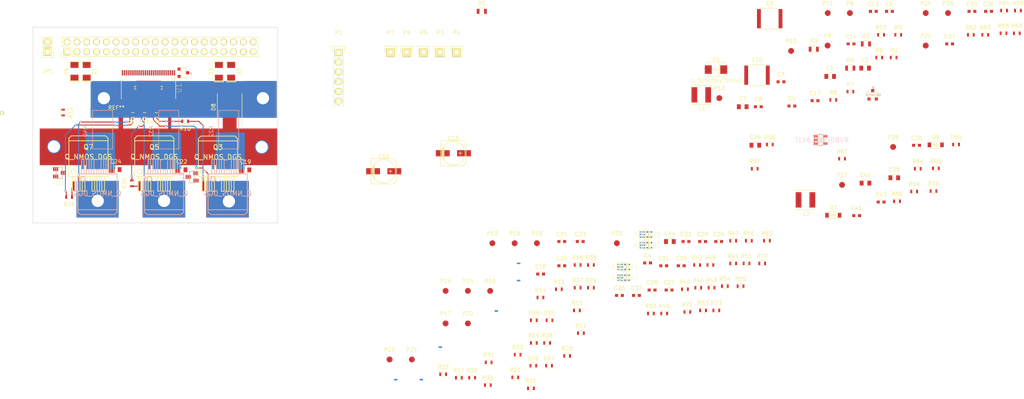
<source format=kicad_pcb>
(kicad_pcb (version 4) (host pcbnew "(2015-07-25 BZR 5993)-product")
  (layers (0 F.Cu mixed) (1 In1.Cu mixed) (2 In2.Cu mixed) (31 B.Cu mixed) (34 B.Paste user) (35 F.Paste user) (36 B.SilkS user) (37 F.SilkS user) (38 B.Mask user) (39 F.Mask user) (44 Edge.Cuts user))
  (net 0 "")
  (net 1 "Net-(C1-Pad1)")
  (net 2 GND)
  (net 3 "Net-(C2-Pad1)")
  (net 4 "Net-(C3-Pad1)")
  (net 5 "Net-(C3-Pad2)")
  (net 6 3V3)
  (net 7 "Net-(C5-Pad1)")
  (net 8 "Net-(C6-Pad1)")
  (net 9 "Net-(C7-Pad1)")
  (net 10 PVDD)
  (net 11 "Net-(C10-Pad1)")
  (net 12 "/MOSFET Array/MOTOR_A")
  (net 13 "Net-(C11-Pad1)")
  (net 14 "/MOSFET Array/MOTOR_B")
  (net 15 "Net-(C12-Pad1)")
  (net 16 "/MOSFET Array/MOTOR_C")
  (net 17 "Net-(C13-Pad1)")
  (net 18 "Net-(C13-Pad2)")
  (net 19 5V)
  (net 20 "Net-(C17-Pad1)")
  (net 21 "/MOSFET Array/CEMF")
  (net 22 "/MOSFET Array/BEMF")
  (net 23 "/MOSFET Array/AEMF")
  (net 24 "/MOSFET Array/MOTOR_N")
  (net 25 "/MOSFET Array/CUR_AP")
  (net 26 "/MOSFET Array/CUR_AN")
  (net 27 "/MOSFET Array/CUR_BP")
  (net 28 "/MOSFET Array/CUR_BN")
  (net 29 "/Shunt Amplifiers/IA")
  (net 30 "/MOSFET Array/CUR_CP")
  (net 31 "/MOSFET Array/CUR_CN")
  (net 32 "/Shunt Amplifiers/IB")
  (net 33 "/Shunt Amplifiers/IC")
  (net 34 "/Temperature Sensors/T0")
  (net 35 "/Hall Effect Sensor Filters/HALL_A_OUT")
  (net 36 "/Hall Effect Sensor Filters/HALL_B_OUT")
  (net 37 "/Hall Effect Sensor Filters/HALL_C_OUT")
  (net 38 "/Power Management/DC_IN")
  (net 39 "Net-(C43-Pad2)")
  (net 40 1V65)
  (net 41 "Net-(D1-Pad1)")
  (net 42 /LED_D)
  (net 43 "Net-(D2-Pad1)")
  (net 44 "Net-(D2-Pad2)")
  (net 45 "Net-(D3-Pad1)")
  (net 46 "Net-(D3-Pad2)")
  (net 47 "Net-(D6-Pad1)")
  (net 48 "Net-(JP1-Pad2)")
  (net 49 "Net-(L2-Pad1)")
  (net 50 "/Temperature Sensors/T_MOTOR")
  (net 51 "/Hall Effect Sensor Filters/HALL_A_IN")
  (net 52 "/Hall Effect Sensor Filters/HALL_B_IN")
  (net 53 "/Hall Effect Sensor Filters/HALL_C_IN")
  (net 54 "/FET Driver/SCS")
  (net 55 "/FET Driver/INH_A")
  (net 56 "/FET Driver/SDI")
  (net 57 "/FET Driver/INL_A")
  (net 58 "/FET Driver/SDO")
  (net 59 "/FET Driver/INH_B")
  (net 60 "/FET Driver/SCLK")
  (net 61 "/FET Driver/INL_B")
  (net 62 "/FET Driver/OCTW")
  (net 63 "/FET Driver/INH_C")
  (net 64 "/FET Driver/FAULT")
  (net 65 "/FET Driver/INL_C")
  (net 66 "/FET Driver/EN")
  (net 67 "/FET Driver/DC_CAL")
  (net 68 "Net-(P2-Pad20)")
  (net 69 "/Temperature Sensors/T1")
  (net 70 "/Temperature Sensors/T2")
  (net 71 "Net-(P10-Pad1)")
  (net 72 "Net-(P13-Pad1)")
  (net 73 "Net-(P15-Pad1)")
  (net 74 "Net-(P18-Pad1)")
  (net 75 "Net-(P19-Pad1)")
  (net 76 "Net-(P20-Pad1)")
  (net 77 "Net-(P21-Pad1)")
  (net 78 "Net-(P22-Pad1)")
  (net 79 "/FET Driver/SL_A")
  (net 80 "/FET Driver/SL_B")
  (net 81 "/FET Driver/SL_C")
  (net 82 "Net-(R5-Pad1)")
  (net 83 "Net-(R10-Pad1)")
  (net 84 "/MOSFET Array/A_HI")
  (net 85 "/MOSFET Array/A_LO")
  (net 86 "/MOSFET Array/B_HI")
  (net 87 "/MOSFET Array/B_LO")
  (net 88 "Net-(R27-Pad1)")
  (net 89 "/MOSFET Array/C_HI")
  (net 90 "/MOSFET Array/C_LO")
  (net 91 "Net-(R41-Pad1)")
  (net 92 "Net-(R42-Pad1)")
  (net 93 "Net-(R44-Pad1)")
  (net 94 "Net-(R46-Pad1)")
  (net 95 "Net-(R47-Pad1)")
  (net 96 "Net-(R49-Pad1)")
  (net 97 "Net-(R50-Pad1)")
  (net 98 "Net-(R51-Pad1)")
  (net 99 "Net-(R54-Pad1)")
  (net 100 "Net-(R68-Pad2)")
  (net 101 "Net-(R71-Pad1)")
  (net 102 "Net-(R73-Pad2)")
  (net 103 "Net-(U1-Pad4)")
  (net 104 "Net-(U1-Pad25)")
  (net 105 "Net-(U1-Pad26)")
  (net 106 "Net-(U1-Pad30)")
  (net 107 "Net-(U1-Pad31)")
  (net 108 "Net-(U1-Pad32)")
  (net 109 "Net-(U1-Pad33)")
  (net 110 "Net-(U1-Pad55)")
  (module hackvia:hack-via (layer F.Cu) (at 177.3555 92.075)
    (fp_text reference REF** hide)
    (fp_text value hack-via hide)
    (pad 1 thru_hole circle (at 1.397 10.16) (size 3.683 3.683) (drill 3.175) (layers *.Cu) (net 10 PVDD))
  )
  (module hackvia:hack-via (layer F.Cu) (at 123.444 91.948)
    (fp_text reference REF** hide)
    (fp_text value hack-via hide)
    (pad 1 thru_hole circle (at 1.397 10.16) (size 3.683 3.683) (drill 3.175) (layers *.Cu) (net 10 PVDD))
  )
  (module hackvia:hack-via (layer F.Cu) (at 138.43 79.375)
    (fp_text reference REF** hide)
    (fp_text value hack-via hide)
    (pad 1 thru_hole circle (at -0.635 10.16) (size 3.683 3.683) (drill 3.175) (layers *.Cu) (net 2 GND))
  )
  (module hackvia:hack-via (layer F.Cu) (at 179.705 79.375)
    (fp_text reference REF** hide)
    (fp_text value hack-via hide)
    (pad 1 thru_hole circle (at -0.635 10.16) (size 3.683 3.683) (drill 3.175) (layers *.Cu) (net 2 GND))
  )
  (module hackvia:hack-via (layer F.Cu) (at 153.67 107.696)
    (fp_text reference REF** hide)
    (fp_text value hack-via hide)
    (pad 1 thru_hole circle (at -0.254 8.509) (size 3.683 3.683) (drill 3.175) (layers *.Cu) (net 14 "/MOSFET Array/MOTOR_B"))
  )
  (module hackvia:hack-via (layer F.Cu) (at 136.8425 106.045)
    (fp_text reference REF** hide)
    (fp_text value hack-via hide)
    (pad 1 thru_hole circle (at -0.635 10.16) (size 3.683 3.683) (drill 3.175) (layers *.Cu) (net 16 "/MOSFET Array/MOTOR_C"))
  )
  (module Capacitors_SMD:C_0805 (layer F.Cu) (at 326.203001 83.879)
    (fp_text reference C1 (at 0 -2.1) (layer F.SilkS))
    (fp_text value 2.2u)
    (pad 1 smd rect (at -1 0) (size 1 1.25) (layers F.Cu F.Paste F.Mask) (net 1 "Net-(C1-Pad1)"))
    (pad 2 smd rect (at 1 0) (size 1 1.25) (layers F.Cu F.Paste F.Mask) (net 2 GND))
  )
  (module Capacitors_SMD:C_0805 (layer F.Cu) (at 335.273001 81.729)
    (fp_text reference C2 (at 0 -2.1) (layer F.SilkS))
    (fp_text value 1u)
    (pad 1 smd rect (at -1 0) (size 1 1.25) (layers F.Cu F.Paste F.Mask) (net 3 "Net-(C2-Pad1)"))
    (pad 2 smd rect (at 1 0) (size 1 1.25) (layers F.Cu F.Paste F.Mask) (net 2 GND))
  )
  (module Capacitors_SMD:C_0805 (layer F.Cu) (at 303.513001 91.749)
    (fp_text reference C7 (at 0 -2.1) (layer F.SilkS))
    (fp_text value 1u)
    (pad 1 smd rect (at -1 0) (size 1 1.25) (layers F.Cu F.Paste F.Mask) (net 9 "Net-(C7-Pad1)"))
    (pad 2 smd rect (at 1 0) (size 1 1.25) (layers F.Cu F.Paste F.Mask) (net 2 GND))
  )
  (module Capacitors_SMD:C_2220 (layer F.Cu) (at 310.523001 68.879)
    (fp_text reference C9 (at 0 -4) (layer F.SilkS))
    (fp_text value 10u)
    (pad 1 smd rect (at -2.8 0) (size 1 5) (layers F.Cu F.Paste F.Mask) (net 10 PVDD))
    (pad 2 smd rect (at 2.8 0) (size 1 5) (layers F.Cu F.Paste F.Mask) (net 2 GND))
  )
  (module Capacitors_SMD:c_elec_6.3x7.7 (layer F.Cu) (at 228.473 103.8352)
    (fp_text reference C15 (at 0 -3.937) (layer F.SilkS))
    (fp_text value 100u)
    (pad 1 smd rect (at 2.75082 0) (size 3.59918 1.6002) (layers F.Cu F.Paste F.Mask) (net 19 5V))
    (pad 2 smd rect (at -2.75082 0) (size 3.59918 1.6002) (layers F.Cu F.Paste F.Mask) (net 2 GND))
  )
  (module Capacitors_SMD:C_2220 (layer F.Cu) (at 307.223001 83.549)
    (fp_text reference C16 (at 0 -4) (layer F.SilkS))
    (fp_text value 10u)
    (pad 1 smd rect (at -2.8 0) (size 1 5) (layers F.Cu F.Paste F.Mask) (net 10 PVDD))
    (pad 2 smd rect (at 2.8 0) (size 1 5) (layers F.Cu F.Paste F.Mask) (net 2 GND))
  )
  (module Capacitors_SMD:C_0805 (layer F.Cu) (at 174.5234 108.1659)
    (fp_text reference C19 (at 0 -2.1) (layer F.SilkS))
    (fp_text value 2.2u)
    (pad 1 smd rect (at -1 0) (size 1 1.25) (layers F.Cu F.Paste F.Mask) (net 10 PVDD))
    (pad 2 smd rect (at 1 0) (size 1 1.25) (layers F.Cu F.Paste F.Mask) (net 2 GND))
  )
  (module Capacitors_SMD:C_0805 (layer F.Cu) (at 157.9753 108.1278)
    (fp_text reference C22 (at 0 -2.1) (layer F.SilkS))
    (fp_text value 2.2u)
    (pad 1 smd rect (at -1 0) (size 1 1.25) (layers F.Cu F.Paste F.Mask) (net 10 PVDD))
    (pad 2 smd rect (at 1 0) (size 1 1.25) (layers F.Cu F.Paste F.Mask) (net 2 GND))
  )
  (module Capacitors_SMD:C_0805 (layer F.Cu) (at 140.8811 108.077)
    (fp_text reference C24 (at 0 -2.1) (layer F.SilkS))
    (fp_text value 2.2u)
    (pad 1 smd rect (at -1 0) (size 1 1.25) (layers F.Cu F.Paste F.Mask) (net 10 PVDD))
    (pad 2 smd rect (at 1 0) (size 1 1.25) (layers F.Cu F.Paste F.Mask) (net 2 GND))
  )
  (module Capacitors_SMD:C_0805 (layer F.Cu) (at 306.793001 101.759)
    (fp_text reference C34 (at 0 -2.1) (layer F.SilkS))
    (fp_text value 2.2u)
    (pad 1 smd rect (at -1 0) (size 1 1.25) (layers F.Cu F.Paste F.Mask) (net 34 "/Temperature Sensors/T0"))
    (pad 2 smd rect (at 1 0) (size 1 1.25) (layers F.Cu F.Paste F.Mask) (net 2 GND))
  )
  (module Capacitors_SMD:C_0805 (layer F.Cu) (at 342.833001 110.209)
    (fp_text reference C39 (at 0 -2.1) (layer F.SilkS))
    (fp_text value 2.2u)
    (pad 1 smd rect (at -1 0) (size 1 1.25) (layers F.Cu F.Paste F.Mask) (net 10 PVDD))
    (pad 2 smd rect (at 1 0) (size 1 1.25) (layers F.Cu F.Paste F.Mask) (net 2 GND))
  )
  (module Capacitors_SMD:C_0805 (layer F.Cu) (at 335.363001 111.599)
    (fp_text reference C40 (at 0 -2.1) (layer F.SilkS))
    (fp_text value 1u)
    (pad 1 smd rect (at -1 0) (size 1 1.25) (layers F.Cu F.Paste F.Mask) (net 10 PVDD))
    (pad 2 smd rect (at 1 0) (size 1 1.25) (layers F.Cu F.Paste F.Mask) (net 2 GND))
  )
  (module Capacitors_SMD:c_elec_6.3x7.7 (layer F.Cu) (at 210.3882 108.5088)
    (fp_text reference C42 (at 0 -3.937) (layer F.SilkS))
    (fp_text value 100u)
    (pad 1 smd rect (at 2.75082 0) (size 3.59918 1.6002) (layers F.Cu F.Paste F.Mask) (net 6 3V3))
    (pad 2 smd rect (at -2.75082 0) (size 3.59918 1.6002) (layers F.Cu F.Paste F.Mask) (net 2 GND))
  )
  (module Capacitors_SMD:C_0805 (layer F.Cu) (at 284.623001 126.759)
    (fp_text reference C44 (at 0 -2.1) (layer F.SilkS))
    (fp_text value 2.2u)
    (pad 1 smd rect (at -1 0) (size 1 1.25) (layers F.Cu F.Paste F.Mask) (net 40 1V65))
    (pad 2 smd rect (at 1 0) (size 1 1.25) (layers F.Cu F.Paste F.Mask) (net 2 GND))
  )
  (module SMD_Packages:SMD-1206_Pol (layer F.Cu) (at 133.35 82.55 90)
    (fp_text reference D1 (at -0.062001 2.010999 90) (layer F.SilkS))
    (fp_text value LED)
    (pad 1 smd rect (at -1.651 0 90) (size 1.524 2.032) (layers F.Cu F.Paste F.Mask) (net 41 "Net-(D1-Pad1)"))
    (pad 2 smd rect (at 1.651 0 90) (size 1.524 2.032) (layers F.Cu F.Paste F.Mask) (net 42 /LED_D))
  )
  (module SMD_Packages:SMD-1206_Pol (layer F.Cu) (at 170.815 82.55 90)
    (fp_text reference D2 (at -0.127 2.0955 90) (layer F.SilkS))
    (fp_text value RED)
    (pad 1 smd rect (at -1.651 0 90) (size 1.524 2.032) (layers F.Cu F.Paste F.Mask) (net 43 "Net-(D2-Pad1)"))
    (pad 2 smd rect (at 1.651 0 90) (size 1.524 2.032) (layers F.Cu F.Paste F.Mask) (net 44 "Net-(D2-Pad2)"))
  )
  (module SMD_Packages:SMD-1206_Pol (layer F.Cu) (at 167.64 82.55 90)
    (fp_text reference D3 (at -0.0635 -1.9685 90) (layer F.SilkS))
    (fp_text value YELLOW)
    (pad 1 smd rect (at -1.651 0 90) (size 1.524 2.032) (layers F.Cu F.Paste F.Mask) (net 45 "Net-(D3-Pad1)"))
    (pad 2 smd rect (at 1.651 0 90) (size 1.524 2.032) (layers F.Cu F.Paste F.Mask) (net 46 "Net-(D3-Pad2)"))
  )
  (module "DO-214AA(SMB):DO-214AA(SMB)" (layer F.Cu) (at 296.590287 82.104562)
    (fp_text reference D5 (at 0 -2.60096) (layer F.SilkS) (effects (font (size 1.00076 1.00076) (thickness 0.11938))))
    (fp_text value D_Schottky_Small (at 0 2.79908) (layer F.SilkS) (effects (font (size 1.00076 1.00076) (thickness 0.11938))))
    (pad 1 smd rect (at -2.0066 0) (size 1.80086 2.19964) (layers F.Cu F.Paste F.Mask) (net 18 "Net-(C13-Pad2)"))
    (pad 2 smd rect (at 2.0066 0) (size 1.80086 2.19964) (layers F.Cu F.Paste F.Mask) (net 2 GND))
  )
  (module SMD_Packages:SMD-1206_Pol (layer F.Cu) (at 130.175 82.55 90)
    (fp_text reference D6 (at 0 -2.159 90) (layer F.SilkS))
    (fp_text value GREEN)
    (pad 1 smd rect (at -1.651 0 90) (size 1.524 2.032) (layers F.Cu F.Paste F.Mask) (net 47 "Net-(D6-Pad1)"))
    (pad 2 smd rect (at 1.651 0 90) (size 1.524 2.032) (layers F.Cu F.Paste F.Mask) (net 6 3V3))
  )
  (module Diodes_SMD:SOD-123 (layer F.Cu) (at 327.014905 119.949)
    (fp_text reference D7 (at 0 -2) (layer F.SilkS))
    (fp_text value "3.3 Vbkdn")
    (pad 1 smd rect (at -1.635 0) (size 0.91 1.22) (layers F.Cu F.Paste F.Mask) (net 6 3V3))
    (pad 2 smd rect (at 1.635 0) (size 0.91 1.22) (layers F.Cu F.Paste F.Mask) (net 2 GND))
  )
  (module Diodes_SMD:Diode-DO-214AB (layer F.Cu) (at 170.434 91.8718 90)
    (fp_text reference D8 (at 0 -4.2 90) (layer F.SilkS))
    (fp_text value TVS)
    (pad 2 smd rect (at 3.6 0 90) (size 2.6 3.2) (layers F.Cu F.Paste F.Mask) (net 2 GND))
    (pad 1 smd rect (at -3.6 0 90) (size 2.6 3.2) (layers F.Cu F.Paste F.Mask) (net 10 PVDD))
  )
  (module Diodes_SMD:SOD-123 (layer F.Cu) (at 353.579667 101.659)
    (fp_text reference D9 (at 0 -2) (layer F.SilkS))
    (fp_text value 5Vbkdn)
    (pad 1 smd rect (at -1.635 0) (size 0.91 1.22) (layers F.Cu F.Paste F.Mask) (net 19 5V))
    (pad 2 smd rect (at 1.635 0) (size 0.91 1.22) (layers F.Cu F.Paste F.Mask) (net 2 GND))
  )
  (module Pin_Headers:Pin_Header_Straight_1x02 (layer F.Cu) (at 123.19 77.47 180)
    (fp_text reference JP1 (at 0 -5.1 180) (layer F.SilkS))
    (fp_text value JUMPER)
    (pad 1 thru_hole rect (at 0 0 180) (size 2.032 2.032) (drill 1.016) (layers *.Cu *.Mask F.SilkS) (net 6 3V3))
    (pad 2 thru_hole oval (at 0 2.54 180) (size 2.032 2.032) (drill 1.016) (layers *.Cu *.Mask F.SilkS) (net 48 "Net-(JP1-Pad2)"))
  )
  (module hackvia:SMD_inductor_5x4mm (layer F.Cu) (at 290.228 90.662901)
    (fp_text reference L1 (at 2.794 1.6764) (layer F.SilkS))
    (fp_text value 22u hide)
    (pad 2 smd rect (at 4.3307 -1.9939) (size 1.4986 3.9878) (layers F.Cu F.Paste F.Mask) (net 19 5V))
    (pad 1 smd rect (at 0.7493 -1.9939) (size 1.4986 3.9878) (layers F.Cu F.Paste F.Mask) (net 18 "Net-(C13-Pad2)"))
  )
  (module hackvia:SMD_inductor_5x4mm (layer F.Cu) (at 317.258 117.942901)
    (fp_text reference L2 (at 2.794 1.6764) (layer F.SilkS))
    (fp_text value 2.2u hide)
    (pad 2 smd rect (at 4.3307 -1.9939) (size 1.4986 3.9878) (layers F.Cu F.Paste F.Mask) (net 6 3V3))
    (pad 1 smd rect (at 0.7493 -1.9939) (size 1.4986 3.9878) (layers F.Cu F.Paste F.Mask) (net 49 "Net-(L2-Pad1)"))
  )
  (module Pin_Headers:Pin_Header_Straight_1x06 (layer F.Cu) (at 198.706333 77.599)
    (fp_text reference P1 (at 0 -5.1) (layer F.SilkS))
    (fp_text value CONN_01X06)
    (pad 1 thru_hole rect (at 0 0) (size 2.032 1.7272) (drill 1.016) (layers *.Cu *.Mask F.SilkS) (net 19 5V))
    (pad 2 thru_hole oval (at 0 2.54) (size 2.032 1.7272) (drill 1.016) (layers *.Cu *.Mask F.SilkS) (net 2 GND))
    (pad 3 thru_hole oval (at 0 5.08) (size 2.032 1.7272) (drill 1.016) (layers *.Cu *.Mask F.SilkS) (net 50 "/Temperature Sensors/T_MOTOR"))
    (pad 4 thru_hole oval (at 0 7.62) (size 2.032 1.7272) (drill 1.016) (layers *.Cu *.Mask F.SilkS) (net 51 "/Hall Effect Sensor Filters/HALL_A_IN"))
    (pad 5 thru_hole oval (at 0 10.16) (size 2.032 1.7272) (drill 1.016) (layers *.Cu *.Mask F.SilkS) (net 52 "/Hall Effect Sensor Filters/HALL_B_IN"))
    (pad 6 thru_hole oval (at 0 12.7) (size 2.032 1.7272) (drill 1.016) (layers *.Cu *.Mask F.SilkS) (net 53 "/Hall Effect Sensor Filters/HALL_C_IN"))
  )
  (module Pin_Headers:Pin_Header_Straight_2x20 (layer F.Cu) (at 128.27 77.47 90)
    (fp_text reference P2 (at 0 -5.1 90) (layer F.SilkS))
    (fp_text value CONN_02X20 hide)
    (pad 1 thru_hole rect (at 0 0 90) (size 1.7272 1.7272) (drill 1.016) (layers *.Cu *.Mask F.SilkS) (net 48 "Net-(JP1-Pad2)"))
    (pad 2 thru_hole oval (at 2.54 0 90) (size 1.7272 1.7272) (drill 1.016) (layers *.Cu *.Mask F.SilkS) (net 2 GND))
    (pad 3 thru_hole oval (at 0 2.54 90) (size 1.7272 1.7272) (drill 1.016) (layers *.Cu *.Mask F.SilkS) (net 48 "Net-(JP1-Pad2)"))
    (pad 4 thru_hole oval (at 2.54 2.54 90) (size 1.7272 1.7272) (drill 1.016) (layers *.Cu *.Mask F.SilkS) (net 2 GND))
    (pad 5 thru_hole oval (at 0 5.08 90) (size 1.7272 1.7272) (drill 1.016) (layers *.Cu *.Mask F.SilkS) (net 42 /LED_D))
    (pad 6 thru_hole oval (at 2.54 5.08 90) (size 1.7272 1.7272) (drill 1.016) (layers *.Cu *.Mask F.SilkS) (net 23 "/MOSFET Array/AEMF"))
    (pad 7 thru_hole oval (at 0 7.62 90) (size 1.7272 1.7272) (drill 1.016) (layers *.Cu *.Mask F.SilkS) (net 65 "/FET Driver/INL_C"))
    (pad 8 thru_hole oval (at 2.54 7.62 90) (size 1.7272 1.7272) (drill 1.016) (layers *.Cu *.Mask F.SilkS) (net 22 "/MOSFET Array/BEMF"))
    (pad 9 thru_hole oval (at 0 10.16 90) (size 1.7272 1.7272) (drill 1.016) (layers *.Cu *.Mask F.SilkS) (net 63 "/FET Driver/INH_C"))
    (pad 10 thru_hole oval (at 2.54 10.16 90) (size 1.7272 1.7272) (drill 1.016) (layers *.Cu *.Mask F.SilkS) (net 21 "/MOSFET Array/CEMF"))
    (pad 11 thru_hole oval (at 0 12.7 90) (size 1.7272 1.7272) (drill 1.016) (layers *.Cu *.Mask F.SilkS) (net 61 "/FET Driver/INL_B"))
    (pad 12 thru_hole oval (at 2.54 12.7 90) (size 1.7272 1.7272) (drill 1.016) (layers *.Cu *.Mask F.SilkS) (net 24 "/MOSFET Array/MOTOR_N"))
    (pad 13 thru_hole oval (at 0 15.24 90) (size 1.7272 1.7272) (drill 1.016) (layers *.Cu *.Mask F.SilkS) (net 59 "/FET Driver/INH_B"))
    (pad 14 thru_hole oval (at 2.54 15.24 90) (size 1.7272 1.7272) (drill 1.016) (layers *.Cu *.Mask F.SilkS) (net 34 "/Temperature Sensors/T0"))
    (pad 15 thru_hole oval (at 0 17.78 90) (size 1.7272 1.7272) (drill 1.016) (layers *.Cu *.Mask F.SilkS) (net 57 "/FET Driver/INL_A"))
    (pad 16 thru_hole oval (at 2.54 17.78 90) (size 1.7272 1.7272) (drill 1.016) (layers *.Cu *.Mask F.SilkS) (net 69 "/Temperature Sensors/T1"))
    (pad 17 thru_hole oval (at 0 20.32 90) (size 1.7272 1.7272) (drill 1.016) (layers *.Cu *.Mask F.SilkS) (net 55 "/FET Driver/INH_A"))
    (pad 18 thru_hole oval (at 2.54 20.32 90) (size 1.7272 1.7272) (drill 1.016) (layers *.Cu *.Mask F.SilkS) (net 70 "/Temperature Sensors/T2"))
    (pad 19 thru_hole oval (at 0 22.86 90) (size 1.7272 1.7272) (drill 1.016) (layers *.Cu *.Mask F.SilkS) (net 66 "/FET Driver/EN"))
    (pad 20 thru_hole oval (at 2.54 22.86 90) (size 1.7272 1.7272) (drill 1.016) (layers *.Cu *.Mask F.SilkS) (net 68 "Net-(P2-Pad20)"))
    (pad 21 thru_hole oval (at 0 25.4 90) (size 1.7272 1.7272) (drill 1.016) (layers *.Cu *.Mask F.SilkS) (net 67 "/FET Driver/DC_CAL"))
    (pad 22 thru_hole oval (at 2.54 25.4 90) (size 1.7272 1.7272) (drill 1.016) (layers *.Cu *.Mask F.SilkS) (net 29 "/Shunt Amplifiers/IA"))
    (pad 23 thru_hole oval (at 0 27.94 90) (size 1.7272 1.7272) (drill 1.016) (layers *.Cu *.Mask F.SilkS) (net 60 "/FET Driver/SCLK"))
    (pad 24 thru_hole oval (at 2.54 27.94 90) (size 1.7272 1.7272) (drill 1.016) (layers *.Cu *.Mask F.SilkS) (net 32 "/Shunt Amplifiers/IB"))
    (pad 25 thru_hole oval (at 0 30.48 90) (size 1.7272 1.7272) (drill 1.016) (layers *.Cu *.Mask F.SilkS) (net 58 "/FET Driver/SDO"))
    (pad 26 thru_hole oval (at 2.54 30.48 90) (size 1.7272 1.7272) (drill 1.016) (layers *.Cu *.Mask F.SilkS) (net 33 "/Shunt Amplifiers/IC"))
    (pad 27 thru_hole oval (at 0 33.02 90) (size 1.7272 1.7272) (drill 1.016) (layers *.Cu *.Mask F.SilkS) (net 56 "/FET Driver/SDI"))
    (pad 28 thru_hole oval (at 2.54 33.02 90) (size 1.7272 1.7272) (drill 1.016) (layers *.Cu *.Mask F.SilkS) (net 35 "/Hall Effect Sensor Filters/HALL_A_OUT"))
    (pad 29 thru_hole oval (at 0 35.56 90) (size 1.7272 1.7272) (drill 1.016) (layers *.Cu *.Mask F.SilkS) (net 54 "/FET Driver/SCS"))
    (pad 30 thru_hole oval (at 2.54 35.56 90) (size 1.7272 1.7272) (drill 1.016) (layers *.Cu *.Mask F.SilkS) (net 36 "/Hall Effect Sensor Filters/HALL_B_OUT"))
    (pad 31 thru_hole oval (at 0 38.1 90) (size 1.7272 1.7272) (drill 1.016) (layers *.Cu *.Mask F.SilkS) (net 62 "/FET Driver/OCTW"))
    (pad 32 thru_hole oval (at 2.54 38.1 90) (size 1.7272 1.7272) (drill 1.016) (layers *.Cu *.Mask F.SilkS) (net 37 "/Hall Effect Sensor Filters/HALL_C_OUT"))
    (pad 33 thru_hole oval (at 0 40.64 90) (size 1.7272 1.7272) (drill 1.016) (layers *.Cu *.Mask F.SilkS) (net 64 "/FET Driver/FAULT"))
    (pad 34 thru_hole oval (at 2.54 40.64 90) (size 1.7272 1.7272) (drill 1.016) (layers *.Cu *.Mask F.SilkS) (net 38 "/Power Management/DC_IN"))
    (pad 35 thru_hole oval (at 0 43.18 90) (size 1.7272 1.7272) (drill 1.016) (layers *.Cu *.Mask F.SilkS) (net 2 GND))
    (pad 36 thru_hole oval (at 2.54 43.18 90) (size 1.7272 1.7272) (drill 1.016) (layers *.Cu *.Mask F.SilkS) (net 2 GND))
    (pad 37 thru_hole oval (at 0 45.72 90) (size 1.7272 1.7272) (drill 1.016) (layers *.Cu *.Mask F.SilkS) (net 2 GND))
    (pad 38 thru_hole oval (at 2.54 45.72 90) (size 1.7272 1.7272) (drill 1.016) (layers *.Cu *.Mask F.SilkS) (net 2 GND))
    (pad 39 thru_hole oval (at 0 48.26 90) (size 1.7272 1.7272) (drill 1.016) (layers *.Cu *.Mask F.SilkS) (net 2 GND))
    (pad 40 thru_hole oval (at 2.54 48.26 90) (size 1.7272 1.7272) (drill 1.016) (layers *.Cu *.Mask F.SilkS) (net 2 GND))
  )
  (module Pin_Headers:Pin_Header_Straight_1x01 (layer F.Cu) (at 225.016333 77.599)
    (fp_text reference P3 (at 0 -5.1) (layer F.SilkS))
    (fp_text value CH_A)
    (pad 1 thru_hole rect (at 0 0) (size 2.2352 2.2352) (drill 1.016) (layers *.Cu *.Mask F.SilkS) (net 12 "/MOSFET Array/MOTOR_A"))
  )
  (module Pin_Headers:Pin_Header_Straight_1x01 (layer F.Cu) (at 229.297762 77.599)
    (fp_text reference P4 (at 0 -5.1) (layer F.SilkS))
    (fp_text value CH_B)
    (pad 1 thru_hole rect (at 0 0) (size 2.2352 2.2352) (drill 1.016) (layers *.Cu *.Mask F.SilkS) (net 14 "/MOSFET Array/MOTOR_B"))
  )
  (module Pin_Headers:Pin_Header_Straight_1x01 (layer F.Cu) (at 220.737762 77.599)
    (fp_text reference P5 (at 0 -5.1) (layer F.SilkS))
    (fp_text value CH_C)
    (pad 1 thru_hole rect (at 0 0) (size 2.2352 2.2352) (drill 1.016) (layers *.Cu *.Mask F.SilkS) (net 16 "/MOSFET Array/MOTOR_C"))
  )
  (module Pin_Headers:Pin_Header_Straight_1x01 (layer F.Cu) (at 216.361571 77.599)
    (fp_text reference P6 (at 0 -5.1) (layer F.SilkS))
    (fp_text value PVDD)
    (pad 1 thru_hole rect (at 0 0) (size 2.2352 2.2352) (drill 1.016) (layers *.Cu *.Mask F.SilkS) (net 10 PVDD))
  )
  (module Pin_Headers:Pin_Header_Straight_1x01 (layer F.Cu) (at 212.183001 77.599)
    (fp_text reference P7 (at 0 -5.1) (layer F.SilkS))
    (fp_text value GND)
    (pad 1 thru_hole rect (at 0 0) (size 2.2352 2.2352) (drill 1.016) (layers *.Cu *.Mask F.SilkS) (net 2 GND))
  )
  (module SparkFun:SparkFun-SOT23-3 (layer F.Cu) (at 337.233516 88.69303)
    (fp_text reference Q1 (at 0.1905 -1.9812) (layer B.SilkS) (effects (font (size 0.4064 0.4064) (thickness 0.0889))))
    (fp_text value Q_PMOS_GSD (at 0.2032 -0.0127) (layer B.SilkS) (effects (font (size 0.4064 0.4064) (thickness 0.0889))))
    (pad 1 smd rect (at -0.94996 0.99822) (size 0.79756 0.89916) (layers F.Cu F.Paste F.Mask) (net 64 "/FET Driver/FAULT"))
    (pad 2 smd rect (at 0.94996 0.99822) (size 0.79756 0.89916) (layers F.Cu F.Paste F.Mask) (net 6 3V3))
    (pad 3 smd rect (at 0 -1.09982) (size 0.79756 0.89916) (layers F.Cu F.Paste F.Mask) (net 44 "Net-(D2-Pad2)"))
  )
  (module SparkFun:SparkFun-SOT23-3 (layer F.Cu) (at 158.369 82.931 270)
    (fp_text reference Q2 (at 0.1905 -1.9812 270) (layer B.SilkS) (effects (font (size 0.4064 0.4064) (thickness 0.0889))))
    (fp_text value Q_PMOS_GSD hide)
    (pad 1 smd rect (at -0.94996 0.99822 270) (size 0.79756 0.89916) (layers F.Cu F.Paste F.Mask) (net 62 "/FET Driver/OCTW"))
    (pad 2 smd rect (at 0.94996 0.99822 270) (size 0.79756 0.89916) (layers F.Cu F.Paste F.Mask) (net 6 3V3))
    (pad 3 smd rect (at 0 -1.09982 270) (size 0.79756 0.89916) (layers F.Cu F.Paste F.Mask) (net 46 "Net-(D3-Pad2)"))
  )
  (module hackvia:D2PAK-7 (layer F.Cu) (at 167.386 112.4585)
    (fp_text reference Q3 (at 0 -10.16) (layer F.SilkS) (effects (font (size 1.27 1.27) (thickness 0.2))))
    (fp_text value Q_NMOS_DGS (at 0 -7.62) (layer F.SilkS) (effects (font (size 1.27 1.27) (thickness 0.2))))
    (pad 1 smd rect (at 0 -9.525) (size 10.16 7.62) (layers F.Cu F.Paste F.Mask) (net 10 PVDD))
    (pad 2 smd rect (at -3.81 0) (size 0.7 2.54) (layers F.Cu F.Paste F.Mask) (net 72 "Net-(P13-Pad1)"))
    (pad 3 smd rect (at -2.54 0) (size 0.7 2.54) (layers F.Cu F.Paste F.Mask) (net 12 "/MOSFET Array/MOTOR_A"))
    (pad 3 smd rect (at -1.27 0) (size 0.7 2.54) (layers F.Cu F.Paste F.Mask) (net 12 "/MOSFET Array/MOTOR_A"))
    (pad 3 smd rect (at 1.27 0) (size 0.7 2.54) (layers F.Cu F.Paste F.Mask) (net 12 "/MOSFET Array/MOTOR_A"))
    (pad 3 smd rect (at 2.54 0) (size 0.7 2.54) (layers F.Cu F.Paste F.Mask) (net 12 "/MOSFET Array/MOTOR_A"))
    (pad 3 smd rect (at 3.81 0) (size 0.7 2.54) (layers F.Cu F.Paste F.Mask) (net 12 "/MOSFET Array/MOTOR_A"))
  )
  (module hackvia:D2PAK-7 (layer B.Cu) (at 169.926 106.68)
    (fp_text reference Q4 (at 0 10.16) (layer B.SilkS) (effects (font (size 1.27 1.27) (thickness 0.2)) (justify mirror)))
    (fp_text value Q_NMOS_DGS (at 0 7.62) (layer B.SilkS) (effects (font (size 1.27 1.27) (thickness 0.2)) (justify mirror)))
    (pad 1 smd rect (at 0 9.525) (size 10.16 7.62) (layers B.Cu B.Paste B.Mask) (net 12 "/MOSFET Array/MOTOR_A"))
    (pad 2 smd rect (at -3.81 0) (size 0.7 2.54) (layers B.Cu B.Paste B.Mask) (net 73 "Net-(P15-Pad1)"))
    (pad 3 smd rect (at -2.54 0) (size 0.7 2.54) (layers B.Cu B.Paste B.Mask) (net 79 "/FET Driver/SL_A"))
    (pad 3 smd rect (at -1.27 0) (size 0.7 2.54) (layers B.Cu B.Paste B.Mask) (net 79 "/FET Driver/SL_A"))
    (pad 3 smd rect (at 1.27 0) (size 0.7 2.54) (layers B.Cu B.Paste B.Mask) (net 79 "/FET Driver/SL_A"))
    (pad 3 smd rect (at 2.54 0) (size 0.7 2.54) (layers B.Cu B.Paste B.Mask) (net 79 "/FET Driver/SL_A"))
    (pad 3 smd rect (at 3.81 0) (size 0.7 2.54) (layers B.Cu B.Paste B.Mask) (net 79 "/FET Driver/SL_A"))
  )
  (module hackvia:D2PAK-7 (layer F.Cu) (at 150.876 112.395)
    (fp_text reference Q5 (at 0 -10.16) (layer F.SilkS) (effects (font (size 1.27 1.27) (thickness 0.2))))
    (fp_text value Q_NMOS_DGS (at 0 -7.62) (layer F.SilkS) (effects (font (size 1.27 1.27) (thickness 0.2))))
    (pad 1 smd rect (at 0 -9.525) (size 10.16 7.62) (layers F.Cu F.Paste F.Mask) (net 10 PVDD))
    (pad 2 smd rect (at -3.81 0) (size 0.7 2.54) (layers F.Cu F.Paste F.Mask) (net 74 "Net-(P18-Pad1)"))
    (pad 3 smd rect (at -2.54 0) (size 0.7 2.54) (layers F.Cu F.Paste F.Mask) (net 14 "/MOSFET Array/MOTOR_B"))
    (pad 3 smd rect (at -1.27 0) (size 0.7 2.54) (layers F.Cu F.Paste F.Mask) (net 14 "/MOSFET Array/MOTOR_B"))
    (pad 3 smd rect (at 1.27 0) (size 0.7 2.54) (layers F.Cu F.Paste F.Mask) (net 14 "/MOSFET Array/MOTOR_B"))
    (pad 3 smd rect (at 2.54 0) (size 0.7 2.54) (layers F.Cu F.Paste F.Mask) (net 14 "/MOSFET Array/MOTOR_B"))
    (pad 3 smd rect (at 3.81 0) (size 0.7 2.54) (layers F.Cu F.Paste F.Mask) (net 14 "/MOSFET Array/MOTOR_B"))
  )
  (module hackvia:D2PAK-7 (layer B.Cu) (at 153.416 106.68)
    (fp_text reference Q6 (at 0 10.16) (layer B.SilkS) (effects (font (size 1.27 1.27) (thickness 0.2)) (justify mirror)))
    (fp_text value Q_NMOS_DGS (at 0 7.62) (layer B.SilkS) (effects (font (size 1.27 1.27) (thickness 0.2)) (justify mirror)))
    (pad 1 smd rect (at 0 9.525) (size 10.16 7.62) (layers B.Cu B.Paste B.Mask) (net 14 "/MOSFET Array/MOTOR_B"))
    (pad 2 smd rect (at -3.81 0) (size 0.7 2.54) (layers B.Cu B.Paste B.Mask) (net 75 "Net-(P19-Pad1)"))
    (pad 3 smd rect (at -2.54 0) (size 0.7 2.54) (layers B.Cu B.Paste B.Mask) (net 80 "/FET Driver/SL_B"))
    (pad 3 smd rect (at -1.27 0) (size 0.7 2.54) (layers B.Cu B.Paste B.Mask) (net 80 "/FET Driver/SL_B"))
    (pad 3 smd rect (at 1.27 0) (size 0.7 2.54) (layers B.Cu B.Paste B.Mask) (net 80 "/FET Driver/SL_B"))
    (pad 3 smd rect (at 2.54 0) (size 0.7 2.54) (layers B.Cu B.Paste B.Mask) (net 80 "/FET Driver/SL_B"))
    (pad 3 smd rect (at 3.81 0) (size 0.7 2.54) (layers B.Cu B.Paste B.Mask) (net 80 "/FET Driver/SL_B"))
  )
  (module hackvia:D2PAK-7 (layer F.Cu) (at 133.7945 112.395)
    (fp_text reference Q7 (at 0 -10.16) (layer F.SilkS) (effects (font (size 1.27 1.27) (thickness 0.2))))
    (fp_text value Q_NMOS_DGS (at 0 -7.62) (layer F.SilkS) (effects (font (size 1.27 1.27) (thickness 0.2))))
    (pad 1 smd rect (at 0 -9.525) (size 10.16 7.62) (layers F.Cu F.Paste F.Mask) (net 10 PVDD))
    (pad 2 smd rect (at -3.81 0) (size 0.7 2.54) (layers F.Cu F.Paste F.Mask) (net 77 "Net-(P21-Pad1)"))
    (pad 3 smd rect (at -2.54 0) (size 0.7 2.54) (layers F.Cu F.Paste F.Mask) (net 16 "/MOSFET Array/MOTOR_C"))
    (pad 3 smd rect (at -1.27 0) (size 0.7 2.54) (layers F.Cu F.Paste F.Mask) (net 16 "/MOSFET Array/MOTOR_C"))
    (pad 3 smd rect (at 1.27 0) (size 0.7 2.54) (layers F.Cu F.Paste F.Mask) (net 16 "/MOSFET Array/MOTOR_C"))
    (pad 3 smd rect (at 2.54 0) (size 0.7 2.54) (layers F.Cu F.Paste F.Mask) (net 16 "/MOSFET Array/MOTOR_C"))
    (pad 3 smd rect (at 3.81 0) (size 0.7 2.54) (layers F.Cu F.Paste F.Mask) (net 16 "/MOSFET Array/MOTOR_C"))
  )
  (module hackvia:D2PAK-7 (layer B.Cu) (at 136.144 106.68)
    (fp_text reference Q8 (at 0 10.16) (layer B.SilkS) (effects (font (size 1.27 1.27) (thickness 0.2)) (justify mirror)))
    (fp_text value Q_NMOS_DGS (at 0 7.62) (layer B.SilkS) (effects (font (size 1.27 1.27) (thickness 0.2)) (justify mirror)))
    (pad 1 smd rect (at 0 9.525) (size 10.16 7.62) (layers B.Cu B.Paste B.Mask) (net 16 "/MOSFET Array/MOTOR_C"))
    (pad 2 smd rect (at -3.81 0) (size 0.7 2.54) (layers B.Cu B.Paste B.Mask) (net 78 "Net-(P22-Pad1)"))
    (pad 3 smd rect (at -2.54 0) (size 0.7 2.54) (layers B.Cu B.Paste B.Mask) (net 81 "/FET Driver/SL_C"))
    (pad 3 smd rect (at -1.27 0) (size 0.7 2.54) (layers B.Cu B.Paste B.Mask) (net 81 "/FET Driver/SL_C"))
    (pad 3 smd rect (at 1.27 0) (size 0.7 2.54) (layers B.Cu B.Paste B.Mask) (net 81 "/FET Driver/SL_C"))
    (pad 3 smd rect (at 2.54 0) (size 0.7 2.54) (layers B.Cu B.Paste B.Mask) (net 81 "/FET Driver/SL_C"))
    (pad 3 smd rect (at 3.81 0) (size 0.7 2.54) (layers B.Cu B.Paste B.Mask) (net 81 "/FET Driver/SL_C"))
  )
  (module Resistors_SMD:R_0805 (layer F.Cu) (at 235.833001 66.979)
    (fp_text reference R1 (at 0 -2.1) (layer F.SilkS))
    (fp_text value 100)
    (pad 1 smd rect (at -0.95 0) (size 0.7 1.3) (layers F.Cu F.Paste F.Mask) (net 41 "Net-(D1-Pad1)"))
    (pad 2 smd rect (at 0.95 0) (size 0.7 1.3) (layers F.Cu F.Paste F.Mask) (net 2 GND))
  )
  (module Resistors_SMD:R_0805 (layer F.Cu) (at 335.473001 75.429)
    (fp_text reference R2 (at 0 -2.1) (layer F.SilkS))
    (fp_text value 100)
    (pad 1 smd rect (at -0.95 0) (size 0.7 1.3) (layers F.Cu F.Paste F.Mask) (net 43 "Net-(D2-Pad1)"))
    (pad 2 smd rect (at 0.95 0) (size 0.7 1.3) (layers F.Cu F.Paste F.Mask) (net 2 GND))
  )
  (module Resistors_SMD:R_0805 (layer F.Cu) (at 321.953001 76.819)
    (fp_text reference R3 (at 0 -2.1) (layer F.SilkS))
    (fp_text value 100)
    (pad 1 smd rect (at -0.95 0) (size 0.7 1.3) (layers F.Cu F.Paste F.Mask) (net 45 "Net-(D3-Pad1)"))
    (pad 2 smd rect (at 0.95 0) (size 0.7 1.3) (layers F.Cu F.Paste F.Mask) (net 2 GND))
  )
  (module Resistors_SMD:R_0805 (layer F.Cu) (at 331.423001 81.729)
    (fp_text reference R4 (at 0 -2.1) (layer F.SilkS))
    (fp_text value 10k)
    (pad 1 smd rect (at -0.95 0) (size 0.7 1.3) (layers F.Cu F.Paste F.Mask) (net 6 3V3))
    (pad 2 smd rect (at 0.95 0) (size 0.7 1.3) (layers F.Cu F.Paste F.Mask) (net 62 "/FET Driver/OCTW"))
  )
  (module Resistors_SMD:R_0603 (layer F.Cu) (at 342.666333 78.979)
    (fp_text reference R5 (at 0 -1.9) (layer F.SilkS))
    (fp_text value 150k)
    (pad 1 smd rect (at -0.75 0) (size 0.5 0.9) (layers F.Cu F.Paste F.Mask) (net 82 "Net-(R5-Pad1)"))
    (pad 2 smd rect (at 0.75 0) (size 0.5 0.9) (layers F.Cu F.Paste F.Mask) (net 2 GND))
  )
  (module Resistors_SMD:R_0603 (layer F.Cu) (at 338.930143 78.979)
    (fp_text reference R6 (at 0 -1.9) (layer F.SilkS))
    (fp_text value 10k)
    (pad 1 smd rect (at -0.75 0) (size 0.5 0.9) (layers F.Cu F.Paste F.Mask) (net 6 3V3))
    (pad 2 smd rect (at 0.75 0) (size 0.5 0.9) (layers F.Cu F.Paste F.Mask) (net 64 "/FET Driver/FAULT"))
  )
  (module Resistors_SMD:R_0603 (layer F.Cu) (at 331.456333 87.829)
    (fp_text reference R7 (at 0 -1.9) (layer F.SilkS))
    (fp_text value 118k)
    (pad 1 smd rect (at -0.75 0) (size 0.5 0.9) (layers F.Cu F.Paste F.Mask) (net 19 5V))
    (pad 2 smd rect (at 0.75 0) (size 0.5 0.9) (layers F.Cu F.Paste F.Mask) (net 71 "Net-(P10-Pad1)"))
  )
  (module Resistors_SMD:R_0603 (layer F.Cu) (at 327.004428 89.979)
    (fp_text reference R8 (at 0 -1.9) (layer F.SilkS))
    (fp_text value 22.1k)
    (pad 1 smd rect (at -0.75 0) (size 0.5 0.9) (layers F.Cu F.Paste F.Mask) (net 71 "Net-(P10-Pad1)"))
    (pad 2 smd rect (at 0.75 0) (size 0.5 0.9) (layers F.Cu F.Paste F.Mask) (net 2 GND))
  )
  (module Resistors_SMD:R_0603 (layer F.Cu) (at 343.854428 73.079)
    (fp_text reference R9 (at 0 -1.9) (layer F.SilkS))
    (fp_text value 16.2k)
    (pad 1 smd rect (at -0.75 0) (size 0.5 0.9) (layers F.Cu F.Paste F.Mask) (net 8 "Net-(C6-Pad1)"))
    (pad 2 smd rect (at 0.75 0) (size 0.5 0.9) (layers F.Cu F.Paste F.Mask) (net 7 "Net-(C5-Pad1)"))
  )
  (module Resistors_SMD:R_0603 (layer F.Cu) (at 339.406333 73.079)
    (fp_text reference R10 (at 0 -1.9) (layer F.SilkS))
    (fp_text value 220k)
    (pad 1 smd rect (at -0.75 0) (size 0.5 0.9) (layers F.Cu F.Paste F.Mask) (net 83 "Net-(R10-Pad1)"))
    (pad 2 smd rect (at 0.75 0) (size 0.5 0.9) (layers F.Cu F.Paste F.Mask) (net 2 GND))
  )
  (module Resistors_SMD:R_0603 (layer F.Cu) (at 261.544428 150.559)
    (fp_text reference R11 (at 0 -1.9) (layer F.SilkS))
    (fp_text value 82.5k)
    (pad 1 smd rect (at -0.75 0) (size 0.5 0.9) (layers F.Cu F.Paste F.Mask) (net 23 "/MOSFET Array/AEMF"))
    (pad 2 smd rect (at 0.75 0) (size 0.5 0.9) (layers F.Cu F.Paste F.Mask) (net 12 "/MOSFET Array/MOTOR_A"))
  )
  (module Resistors_SMD:R_0603 (layer F.Cu) (at 127.21844 93.25864 270)
    (fp_text reference R12 (at 0 -1.9 270) (layer F.SilkS))
    (fp_text value 82.5k)
    (pad 1 smd rect (at -0.75 0 270) (size 0.5 0.9) (layers F.Cu F.Paste F.Mask) (net 22 "/MOSFET Array/BEMF"))
    (pad 2 smd rect (at 0.75 0 270) (size 0.5 0.9) (layers F.Cu F.Paste F.Mask) (net 14 "/MOSFET Array/MOTOR_B"))
  )
  (module Resistors_SMD:R_0603 (layer F.Cu) (at 255.824428 139.159)
    (fp_text reference R13 (at 0 -1.9) (layer F.SilkS))
    (fp_text value 82.5k)
    (pad 1 smd rect (at -0.75 0) (size 0.5 0.9) (layers F.Cu F.Paste F.Mask) (net 21 "/MOSFET Array/CEMF"))
    (pad 2 smd rect (at 0.75 0) (size 0.5 0.9) (layers F.Cu F.Paste F.Mask) (net 16 "/MOSFET Array/MOTOR_C"))
  )
  (module Resistors_SMD:R_0603 (layer F.Cu) (at 251.044428 141.309)
    (fp_text reference R14 (at 0 -1.9) (layer F.SilkS))
    (fp_text value 30.1k)
    (pad 1 smd rect (at -0.75 0) (size 0.5 0.9) (layers F.Cu F.Paste F.Mask) (net 6 3V3))
    (pad 2 smd rect (at 0.75 0) (size 0.5 0.9) (layers F.Cu F.Paste F.Mask) (net 21 "/MOSFET Array/CEMF"))
  )
  (module Resistors_SMD:R_0603 (layer F.Cu) (at 260.514428 144.659)
    (fp_text reference R15 (at 0 -1.9) (layer F.SilkS))
    (fp_text value 4.75k)
    (pad 1 smd rect (at -0.75 0) (size 0.5 0.9) (layers F.Cu F.Paste F.Mask) (net 21 "/MOSFET Array/CEMF"))
    (pad 2 smd rect (at 0.75 0) (size 0.5 0.9) (layers F.Cu F.Paste F.Mask) (net 2 GND))
  )
  (module Resistors_SMD:R_0603 (layer F.Cu) (at 158.89224 95.53956 180)
    (fp_text reference R16 (at 0 -1.9 180) (layer F.SilkS))
    (fp_text value 10)
    (pad 1 smd rect (at -0.75 0 180) (size 0.5 0.9) (layers F.Cu F.Paste F.Mask) (net 72 "Net-(P13-Pad1)"))
    (pad 2 smd rect (at 0.75 0 180) (size 0.5 0.9) (layers F.Cu F.Paste F.Mask) (net 84 "/MOSFET Array/A_HI"))
  )
  (module Resistors_SMD:R_0603 (layer F.Cu) (at 229.885381 162.139)
    (fp_text reference R17 (at 0 -1.9) (layer F.SilkS))
    (fp_text value 10)
    (pad 1 smd rect (at -0.75 0) (size 0.5 0.9) (layers F.Cu F.Paste F.Mask) (net 73 "Net-(P15-Pad1)"))
    (pad 2 smd rect (at 0.75 0) (size 0.5 0.9) (layers F.Cu F.Paste F.Mask) (net 85 "/MOSFET Array/A_LO"))
  )
  (module Resistors_SMD:R_0603 (layer F.Cu) (at 260.695381 132.859)
    (fp_text reference R18 (at 0 -1.9) (layer F.SilkS))
    (fp_text value 47k)
    (pad 1 smd rect (at -0.75 0) (size 0.5 0.9) (layers F.Cu F.Paste F.Mask) (net 2 GND))
    (pad 2 smd rect (at 0.75 0) (size 0.5 0.9) (layers F.Cu F.Paste F.Mask) (net 72 "Net-(P13-Pad1)"))
  )
  (module Resistors_SMD:R_0603 (layer F.Cu) (at 249.335381 153.109)
    (fp_text reference R19 (at 0 -1.9) (layer F.SilkS))
    (fp_text value 47k)
    (pad 1 smd rect (at -0.75 0) (size 0.5 0.9) (layers F.Cu F.Paste F.Mask) (net 2 GND))
    (pad 2 smd rect (at 0.75 0) (size 0.5 0.9) (layers F.Cu F.Paste F.Mask) (net 73 "Net-(P15-Pad1)"))
  )
  (module Resistors_SMD:R_0603 (layer F.Cu) (at 257.964428 156.459)
    (fp_text reference R20 (at 0 -1.9) (layer F.SilkS))
    (fp_text value 30.1k)
    (pad 1 smd rect (at -0.75 0) (size 0.5 0.9) (layers F.Cu F.Paste F.Mask) (net 6 3V3))
    (pad 2 smd rect (at 0.75 0) (size 0.5 0.9) (layers F.Cu F.Paste F.Mask) (net 22 "/MOSFET Array/BEMF"))
  )
  (module Resistors_SMD:R_0603 (layer F.Cu) (at 248.584428 164.909)
    (fp_text reference R21 (at 0 -1.9) (layer F.SilkS))
    (fp_text value 4.75k)
    (pad 1 smd rect (at -0.75 0) (size 0.5 0.9) (layers F.Cu F.Paste F.Mask) (net 22 "/MOSFET Array/BEMF"))
    (pad 2 smd rect (at 0.75 0) (size 0.5 0.9) (layers F.Cu F.Paste F.Mask) (net 2 GND))
  )
  (module hackvia:WSL3921 (layer B.Cu) (at 172.7835 92.71 270)
    (fp_text reference R22 (at 5.461 7.112 270) (layer B.SilkS) (effects (justify mirror)))
    (fp_text value .0003 hide)
    (pad 1 smd rect (at 0.4826 2.6035 270) (size 2.6924 6.1976) (layers B.Cu B.Paste B.Mask) (net 2 GND))
    (pad 2 smd rect (at 9.525 2.6035 270) (size 2.6924 6.1976) (layers B.Cu B.Paste B.Mask) (net 79 "/FET Driver/SL_A"))
  )
  (module Resistors_SMD:R_0603 (layer F.Cu) (at 225.814428 161.229)
    (fp_text reference R23 (at 0 -1.9) (layer F.SilkS))
    (fp_text value 30.1k)
    (pad 1 smd rect (at -0.75 0) (size 0.5 0.9) (layers F.Cu F.Paste F.Mask) (net 6 3V3))
    (pad 2 smd rect (at 0.75 0) (size 0.5 0.9) (layers F.Cu F.Paste F.Mask) (net 23 "/MOSFET Array/AEMF"))
  )
  (module Resistors_SMD:R_0603 (layer F.Cu) (at 253.274428 159.009)
    (fp_text reference R24 (at 0 -1.9) (layer F.SilkS))
    (fp_text value 4.75k)
    (pad 1 smd rect (at -0.75 0) (size 0.5 0.9) (layers F.Cu F.Paste F.Mask) (net 23 "/MOSFET Array/AEMF"))
    (pad 2 smd rect (at 0.75 0) (size 0.5 0.9) (layers F.Cu F.Paste F.Mask) (net 2 GND))
  )
  (module Resistors_SMD:R_0603 (layer F.Cu) (at 145.06448 111.64824 90)
    (fp_text reference R25 (at 0 -1.9 90) (layer F.SilkS))
    (fp_text value 10)
    (pad 1 smd rect (at -0.75 0 90) (size 0.5 0.9) (layers F.Cu F.Paste F.Mask) (net 74 "Net-(P18-Pad1)"))
    (pad 2 smd rect (at 0.75 0 90) (size 0.5 0.9) (layers F.Cu F.Paste F.Mask) (net 86 "/MOSFET Array/B_HI"))
  )
  (module Resistors_SMD:R_0603 (layer F.Cu) (at 249.205381 159.009)
    (fp_text reference R26 (at 0 -1.9) (layer F.SilkS))
    (fp_text value 10)
    (pad 1 smd rect (at -0.75 0) (size 0.5 0.9) (layers F.Cu F.Paste F.Mask) (net 75 "Net-(P19-Pad1)"))
    (pad 2 smd rect (at 0.75 0) (size 0.5 0.9) (layers F.Cu F.Paste F.Mask) (net 87 "/MOSFET Array/B_LO"))
  )
  (module Resistors_SMD:R_0603 (layer F.Cu) (at 244.515381 162.049)
    (fp_text reference R27 (at 0 -1.9) (layer F.SilkS))
    (fp_text value 34k)
    (pad 1 smd rect (at -0.75 0) (size 0.5 0.9) (layers F.Cu F.Paste F.Mask) (net 88 "Net-(R27-Pad1)"))
    (pad 2 smd rect (at 0.75 0) (size 0.5 0.9) (layers F.Cu F.Paste F.Mask) (net 12 "/MOSFET Array/MOTOR_A"))
  )
  (module Resistors_SMD:R_0603 (layer F.Cu) (at 252.785381 153.109)
    (fp_text reference R28 (at 0 -1.9) (layer F.SilkS))
    (fp_text value 34k)
    (pad 1 smd rect (at -0.75 0) (size 0.5 0.9) (layers F.Cu F.Paste F.Mask) (net 88 "Net-(R27-Pad1)"))
    (pad 2 smd rect (at 0.75 0) (size 0.5 0.9) (layers F.Cu F.Paste F.Mask) (net 14 "/MOSFET Array/MOTOR_B"))
  )
  (module Resistors_SMD:R_0603 (layer F.Cu) (at 264.145381 138.759)
    (fp_text reference R29 (at 0 -1.9) (layer F.SilkS))
    (fp_text value 34k)
    (pad 1 smd rect (at -0.75 0) (size 0.5 0.9) (layers F.Cu F.Paste F.Mask) (net 88 "Net-(R27-Pad1)"))
    (pad 2 smd rect (at 0.75 0) (size 0.5 0.9) (layers F.Cu F.Paste F.Mask) (net 16 "/MOSFET Array/MOTOR_C"))
  )
  (module Resistors_SMD:R_0603 (layer F.Cu) (at 233.335381 162.139)
    (fp_text reference R30 (at 0 -1.9) (layer F.SilkS))
    (fp_text value 47k)
    (pad 1 smd rect (at -0.75 0) (size 0.5 0.9) (layers F.Cu F.Paste F.Mask) (net 2 GND))
    (pad 2 smd rect (at 0.75 0) (size 0.5 0.9) (layers F.Cu F.Paste F.Mask) (net 74 "Net-(P18-Pad1)"))
  )
  (module Resistors_SMD:R_0603 (layer F.Cu) (at 237.615381 158.159)
    (fp_text reference R31 (at 0 -1.9) (layer F.SilkS))
    (fp_text value 47k)
    (pad 1 smd rect (at -0.75 0) (size 0.5 0.9) (layers F.Cu F.Paste F.Mask) (net 2 GND))
    (pad 2 smd rect (at 0.75 0) (size 0.5 0.9) (layers F.Cu F.Paste F.Mask) (net 75 "Net-(P19-Pad1)"))
  )
  (module hackvia:WSL3921 (layer B.Cu) (at 157.226 92.71 270)
    (fp_text reference R32 (at 5.461 7.112 270) (layer B.SilkS) (effects (justify mirror)))
    (fp_text value .0003 hide)
    (pad 1 smd rect (at 0.4826 2.6035 270) (size 2.6924 6.1976) (layers B.Cu B.Paste B.Mask) (net 2 GND))
    (pad 2 smd rect (at 9.525 2.6035 270) (size 2.6924 6.1976) (layers B.Cu B.Paste B.Mask) (net 80 "/FET Driver/SL_B"))
  )
  (module Resistors_SMD:R_0603 (layer F.Cu) (at 245.134428 156.149)
    (fp_text reference R33 (at 0 -1.9) (layer F.SilkS))
    (fp_text value 82.5k)
    (pad 1 smd rect (at -0.75 0) (size 0.5 0.9) (layers F.Cu F.Paste F.Mask) (net 24 "/MOSFET Array/MOTOR_N"))
    (pad 2 smd rect (at 0.75 0) (size 0.5 0.9) (layers F.Cu F.Paste F.Mask) (net 88 "Net-(R27-Pad1)"))
  )
  (module Resistors_SMD:R_0603 (layer F.Cu) (at 253.404428 147.209)
    (fp_text reference R34 (at 0 -1.9) (layer F.SilkS))
    (fp_text value 30.1k)
    (pad 1 smd rect (at -0.75 0) (size 0.5 0.9) (layers F.Cu F.Paste F.Mask) (net 6 3V3))
    (pad 2 smd rect (at 0.75 0) (size 0.5 0.9) (layers F.Cu F.Paste F.Mask) (net 24 "/MOSFET Array/MOTOR_N"))
  )
  (module Resistors_SMD:R_0603 (layer F.Cu) (at 237.404428 164.059)
    (fp_text reference R35 (at 0 -1.9) (layer F.SilkS))
    (fp_text value 4.75k)
    (pad 1 smd rect (at -0.75 0) (size 0.5 0.9) (layers F.Cu F.Paste F.Mask) (net 24 "/MOSFET Array/MOTOR_N"))
    (pad 2 smd rect (at 0.75 0) (size 0.5 0.9) (layers F.Cu F.Paste F.Mask) (net 2 GND))
  )
  (module Resistors_SMD:R_0603 (layer F.Cu) (at 128.778 115.2144 180)
    (fp_text reference R36 (at 0 -1.9 180) (layer F.SilkS))
    (fp_text value 10)
    (pad 1 smd rect (at -0.75 0 180) (size 0.5 0.9) (layers F.Cu F.Paste F.Mask) (net 77 "Net-(P21-Pad1)"))
    (pad 2 smd rect (at 0.75 0 180) (size 0.5 0.9) (layers F.Cu F.Paste F.Mask) (net 89 "/MOSFET Array/C_HI"))
  )
  (module Resistors_SMD:R_0603 (layer F.Cu) (at 260.695381 138.759)
    (fp_text reference R37 (at 0 -1.9) (layer F.SilkS))
    (fp_text value 10)
    (pad 1 smd rect (at -0.75 0) (size 0.5 0.9) (layers F.Cu F.Paste F.Mask) (net 78 "Net-(P22-Pad1)"))
    (pad 2 smd rect (at 0.75 0) (size 0.5 0.9) (layers F.Cu F.Paste F.Mask) (net 90 "/MOSFET Array/C_LO"))
  )
  (module Resistors_SMD:R_0603 (layer F.Cu) (at 264.145381 132.859)
    (fp_text reference R38 (at 0 -1.9) (layer F.SilkS))
    (fp_text value 47k)
    (pad 1 smd rect (at -0.75 0) (size 0.5 0.9) (layers F.Cu F.Paste F.Mask) (net 2 GND))
    (pad 2 smd rect (at 0.75 0) (size 0.5 0.9) (layers F.Cu F.Paste F.Mask) (net 77 "Net-(P21-Pad1)"))
  )
  (module Resistors_SMD:R_0603 (layer F.Cu) (at 249.335381 147.209)
    (fp_text reference R39 (at 0 -1.9) (layer F.SilkS))
    (fp_text value 47k)
    (pad 1 smd rect (at -0.75 0) (size 0.5 0.9) (layers F.Cu F.Paste F.Mask) (net 2 GND))
    (pad 2 smd rect (at 0.75 0) (size 0.5 0.9) (layers F.Cu F.Paste F.Mask) (net 78 "Net-(P22-Pad1)"))
  )
  (module hackvia:WSL3921 (layer B.Cu) (at 140.081 92.71 270)
    (fp_text reference R40 (at 5.461 7.112 270) (layer B.SilkS) (effects (justify mirror)))
    (fp_text value .0003 hide)
    (pad 1 smd rect (at 0.4826 2.6035 270) (size 2.6924 6.1976) (layers B.Cu B.Paste B.Mask) (net 2 GND))
    (pad 2 smd rect (at 9.525 2.6035 270) (size 2.6924 6.1976) (layers B.Cu B.Paste B.Mask) (net 81 "/FET Driver/SL_C"))
  )
  (module Resistors_SMD:R_0603 (layer F.Cu) (at 301.045381 132.459)
    (fp_text reference R41 (at 0 -1.9) (layer F.SilkS))
    (fp_text value 1k)
    (pad 1 smd rect (at -0.75 0) (size 0.5 0.9) (layers F.Cu F.Paste F.Mask) (net 91 "Net-(R41-Pad1)"))
    (pad 2 smd rect (at 0.75 0) (size 0.5 0.9) (layers F.Cu F.Paste F.Mask) (net 25 "/MOSFET Array/CUR_AP"))
  )
  (module Resistors_SMD:R_0603 (layer F.Cu) (at 291.685381 132.859)
    (fp_text reference R42 (at 0 -1.9) (layer F.SilkS))
    (fp_text value 1k)
    (pad 1 smd rect (at -0.75 0) (size 0.5 0.9) (layers F.Cu F.Paste F.Mask) (net 92 "Net-(R42-Pad1)"))
    (pad 2 smd rect (at 0.75 0) (size 0.5 0.9) (layers F.Cu F.Paste F.Mask) (net 26 "/MOSFET Array/CUR_AN"))
  )
  (module Resistors_SMD:R_0603 (layer F.Cu) (at 295.435381 138.759)
    (fp_text reference R43 (at 0 -1.9) (layer F.SilkS))
    (fp_text value 20k)
    (pad 1 smd rect (at -0.75 0) (size 0.5 0.9) (layers F.Cu F.Paste F.Mask) (net 91 "Net-(R41-Pad1)"))
    (pad 2 smd rect (at 0.75 0) (size 0.5 0.9) (layers F.Cu F.Paste F.Mask) (net 40 1V65))
  )
  (module Resistors_SMD:R_0603 (layer F.Cu) (at 291.985381 138.759)
    (fp_text reference R44 (at 0 -1.9) (layer F.SilkS))
    (fp_text value 20k)
    (pad 1 smd rect (at -0.75 0) (size 0.5 0.9) (layers F.Cu F.Paste F.Mask) (net 93 "Net-(R44-Pad1)"))
    (pad 2 smd rect (at 0.75 0) (size 0.5 0.9) (layers F.Cu F.Paste F.Mask) (net 92 "Net-(R42-Pad1)"))
  )
  (module Resistors_SMD:R_0603 (layer F.Cu) (at 305.114428 126.559)
    (fp_text reference R45 (at 0 -1.9) (layer F.SilkS))
    (fp_text value 1.62k)
    (pad 1 smd rect (at -0.75 0) (size 0.5 0.9) (layers F.Cu F.Paste F.Mask) (net 29 "/Shunt Amplifiers/IA"))
    (pad 2 smd rect (at 0.75 0) (size 0.5 0.9) (layers F.Cu F.Paste F.Mask) (net 93 "Net-(R44-Pad1)"))
  )
  (module Resistors_SMD:R_0603 (layer F.Cu) (at 288.535381 139.159)
    (fp_text reference R46 (at 0 -1.9) (layer F.SilkS))
    (fp_text value 1k)
    (pad 1 smd rect (at -0.75 0) (size 0.5 0.9) (layers F.Cu F.Paste F.Mask) (net 94 "Net-(R46-Pad1)"))
    (pad 2 smd rect (at 0.75 0) (size 0.5 0.9) (layers F.Cu F.Paste F.Mask) (net 27 "/MOSFET Array/CUR_BP"))
  )
  (module Resistors_SMD:R_0603 (layer F.Cu) (at 301.045381 126.559)
    (fp_text reference R47 (at 0 -1.9) (layer F.SilkS))
    (fp_text value 1k)
    (pad 1 smd rect (at -0.75 0) (size 0.5 0.9) (layers F.Cu F.Paste F.Mask) (net 95 "Net-(R47-Pad1)"))
    (pad 2 smd rect (at 0.75 0) (size 0.5 0.9) (layers F.Cu F.Paste F.Mask) (net 28 "/MOSFET Array/CUR_BN"))
  )
  (module Resistors_SMD:R_0603 (layer F.Cu) (at 295.135381 132.859)
    (fp_text reference R48 (at 0 -1.9) (layer F.SilkS))
    (fp_text value 20k)
    (pad 1 smd rect (at -0.75 0) (size 0.5 0.9) (layers F.Cu F.Paste F.Mask) (net 94 "Net-(R46-Pad1)"))
    (pad 2 smd rect (at 0.75 0) (size 0.5 0.9) (layers F.Cu F.Paste F.Mask) (net 40 1V65))
  )
  (module Resistors_SMD:R_0603 (layer F.Cu) (at 283.155381 145.459)
    (fp_text reference R49 (at 0 -1.9) (layer F.SilkS))
    (fp_text value 20k)
    (pad 1 smd rect (at -0.75 0) (size 0.5 0.9) (layers F.Cu F.Paste F.Mask) (net 96 "Net-(R49-Pad1)"))
    (pad 2 smd rect (at 0.75 0) (size 0.5 0.9) (layers F.Cu F.Paste F.Mask) (net 95 "Net-(R47-Pad1)"))
  )
  (module Resistors_SMD:R_0603 (layer F.Cu) (at 279.705381 145.459)
    (fp_text reference R50 (at 0 -1.9) (layer F.SilkS))
    (fp_text value 1k)
    (pad 1 smd rect (at -0.75 0) (size 0.5 0.9) (layers F.Cu F.Paste F.Mask) (net 97 "Net-(R50-Pad1)"))
    (pad 2 smd rect (at 0.75 0) (size 0.5 0.9) (layers F.Cu F.Paste F.Mask) (net 30 "/MOSFET Array/CUR_CP"))
  )
  (module Resistors_SMD:R_0603 (layer F.Cu) (at 304.495381 132.459)
    (fp_text reference R51 (at 0 -1.9) (layer F.SilkS))
    (fp_text value 1k)
    (pad 1 smd rect (at -0.75 0) (size 0.5 0.9) (layers F.Cu F.Paste F.Mask) (net 98 "Net-(R51-Pad1)"))
    (pad 2 smd rect (at 0.75 0) (size 0.5 0.9) (layers F.Cu F.Paste F.Mask) (net 31 "/MOSFET Array/CUR_CN"))
  )
  (module Resistors_SMD:R_0603 (layer F.Cu) (at 309.804428 126.559)
    (fp_text reference R52 (at 0 -1.9) (layer F.SilkS))
    (fp_text value 1.62k)
    (pad 1 smd rect (at -0.75 0) (size 0.5 0.9) (layers F.Cu F.Paste F.Mask) (net 32 "/Shunt Amplifiers/IB"))
    (pad 2 smd rect (at 0.75 0) (size 0.5 0.9) (layers F.Cu F.Paste F.Mask) (net 96 "Net-(R49-Pad1)"))
  )
  (module Resistors_SMD:R_0603 (layer F.Cu) (at 293.225381 144.659)
    (fp_text reference R53 (at 0 -1.9) (layer F.SilkS))
    (fp_text value 20k)
    (pad 1 smd rect (at -0.75 0) (size 0.5 0.9) (layers F.Cu F.Paste F.Mask) (net 97 "Net-(R50-Pad1)"))
    (pad 2 smd rect (at 0.75 0) (size 0.5 0.9) (layers F.Cu F.Paste F.Mask) (net 40 1V65))
  )
  (module Resistors_SMD:R_0603 (layer F.Cu) (at 298.885381 138.359)
    (fp_text reference R54 (at 0 -1.9) (layer F.SilkS))
    (fp_text value 20k)
    (pad 1 smd rect (at -0.75 0) (size 0.5 0.9) (layers F.Cu F.Paste F.Mask) (net 99 "Net-(R54-Pad1)"))
    (pad 2 smd rect (at 0.75 0) (size 0.5 0.9) (layers F.Cu F.Paste F.Mask) (net 98 "Net-(R51-Pad1)"))
  )
  (module Resistors_SMD:R_0603 (layer F.Cu) (at 302.954428 138.359)
    (fp_text reference R55 (at 0 -1.9) (layer F.SilkS))
    (fp_text value 1.62k)
    (pad 1 smd rect (at -0.75 0) (size 0.5 0.9) (layers F.Cu F.Paste F.Mask) (net 33 "/Shunt Amplifiers/IC"))
    (pad 2 smd rect (at 0.75 0) (size 0.5 0.9) (layers F.Cu F.Paste F.Mask) (net 99 "Net-(R54-Pad1)"))
  )
  (module Resistors_SMD:R_0603 (layer F.Cu) (at 310.545381 101.559)
    (fp_text reference R56 (at 0 -1.9) (layer F.SilkS))
    (fp_text value 22k)
    (pad 1 smd rect (at -0.75 0) (size 0.5 0.9) (layers F.Cu F.Paste F.Mask) (net 6 3V3))
    (pad 2 smd rect (at 0.75 0) (size 0.5 0.9) (layers F.Cu F.Paste F.Mask) (net 50 "/Temperature Sensors/T_MOTOR"))
  )
  (module Resistors_SMD:R_0603 (layer F.Cu) (at 306.638238 107.859)
    (fp_text reference R57 (at 0 -1.9) (layer F.SilkS))
    (fp_text value 1.6k)
    (pad 1 smd rect (at -0.75 0) (size 0.5 0.9) (layers F.Cu F.Paste F.Mask) (net 34 "/Temperature Sensors/T0"))
    (pad 2 smd rect (at 0.75 0) (size 0.5 0.9) (layers F.Cu F.Paste F.Mask) (net 50 "/Temperature Sensors/T_MOTOR"))
  )
  (module Resistors_SMD:R_0603 (layer F.Cu) (at 371.175381 72.679)
    (fp_text reference R58 (at 0 -1.9) (layer F.SilkS))
    (fp_text value 22k)
    (pad 1 smd rect (at -0.75 0) (size 0.5 0.9) (layers F.Cu F.Paste F.Mask) (net 6 3V3))
    (pad 2 smd rect (at 0.75 0) (size 0.5 0.9) (layers F.Cu F.Paste F.Mask) (net 51 "/Hall Effect Sensor Filters/HALL_A_IN"))
  )
  (module Resistors_SMD:R_0603 (layer F.Cu) (at 374.915381 66.779)
    (fp_text reference R59 (at 0 -1.9) (layer F.SilkS))
    (fp_text value 22k)
    (pad 1 smd rect (at -0.75 0) (size 0.5 0.9) (layers F.Cu F.Paste F.Mask) (net 6 3V3))
    (pad 2 smd rect (at 0.75 0) (size 0.5 0.9) (layers F.Cu F.Paste F.Mask) (net 52 "/Hall Effect Sensor Filters/HALL_B_IN"))
  )
  (module Resistors_SMD:R_0603 (layer F.Cu) (at 374.625381 72.679)
    (fp_text reference R60 (at 0 -1.9) (layer F.SilkS))
    (fp_text value 22k)
    (pad 1 smd rect (at -0.75 0) (size 0.5 0.9) (layers F.Cu F.Paste F.Mask) (net 6 3V3))
    (pad 2 smd rect (at 0.75 0) (size 0.5 0.9) (layers F.Cu F.Paste F.Mask) (net 53 "/Hall Effect Sensor Filters/HALL_C_IN"))
  )
  (module Resistors_SMD:R_0603 (layer F.Cu) (at 371.318238 66.779)
    (fp_text reference R61 (at 0 -1.9) (layer F.SilkS))
    (fp_text value 1.6k)
    (pad 1 smd rect (at -0.75 0) (size 0.5 0.9) (layers F.Cu F.Paste F.Mask) (net 35 "/Hall Effect Sensor Filters/HALL_A_OUT"))
    (pad 2 smd rect (at 0.75 0) (size 0.5 0.9) (layers F.Cu F.Paste F.Mask) (net 51 "/Hall Effect Sensor Filters/HALL_A_IN"))
  )
  (module Resistors_SMD:R_0603 (layer F.Cu) (at 362.698238 73.079)
    (fp_text reference R62 (at 0 -1.9) (layer F.SilkS))
    (fp_text value 1.6k)
    (pad 1 smd rect (at -0.75 0) (size 0.5 0.9) (layers F.Cu F.Paste F.Mask) (net 36 "/Hall Effect Sensor Filters/HALL_B_OUT"))
    (pad 2 smd rect (at 0.75 0) (size 0.5 0.9) (layers F.Cu F.Paste F.Mask) (net 52 "/Hall Effect Sensor Filters/HALL_B_IN"))
  )
  (module Resistors_SMD:R_0603 (layer F.Cu) (at 366.438238 73.079)
    (fp_text reference R63 (at 0 -1.9) (layer F.SilkS))
    (fp_text value 1.6k)
    (pad 1 smd rect (at -0.75 0) (size 0.5 0.9) (layers F.Cu F.Paste F.Mask) (net 37 "/Hall Effect Sensor Filters/HALL_C_OUT"))
    (pad 2 smd rect (at 0.75 0) (size 0.5 0.9) (layers F.Cu F.Paste F.Mask) (net 53 "/Hall Effect Sensor Filters/HALL_C_IN"))
  )
  (module Resistors_SMD:R_0603 (layer F.Cu) (at 348.934428 107.859)
    (fp_text reference R64 (at 0 -1.9) (layer F.SilkS))
    (fp_text value 82.5k)
    (pad 1 smd rect (at -0.75 0) (size 0.5 0.9) (layers F.Cu F.Paste F.Mask) (net 38 "/Power Management/DC_IN"))
    (pad 2 smd rect (at 0.75 0) (size 0.5 0.9) (layers F.Cu F.Paste F.Mask) (net 10 PVDD))
  )
  (module Resistors_SMD:R_0603 (layer F.Cu) (at 353.624428 107.759)
    (fp_text reference R65 (at 0 -1.9) (layer F.SilkS))
    (fp_text value 30.1k)
    (pad 1 smd rect (at -0.75 0) (size 0.5 0.9) (layers F.Cu F.Paste F.Mask) (net 6 3V3))
    (pad 2 smd rect (at 0.75 0) (size 0.5 0.9) (layers F.Cu F.Paste F.Mask) (net 38 "/Power Management/DC_IN"))
  )
  (module Resistors_SMD:R_0603 (layer F.Cu) (at 358.864428 101.559)
    (fp_text reference R66 (at 0 -1.9) (layer F.SilkS))
    (fp_text value 4.75k)
    (pad 1 smd rect (at -0.75 0) (size 0.5 0.9) (layers F.Cu F.Paste F.Mask) (net 38 "/Power Management/DC_IN"))
    (pad 2 smd rect (at 0.75 0) (size 0.5 0.9) (layers F.Cu F.Paste F.Mask) (net 2 GND))
  )
  (module Resistors_SMD:R_0603 (layer F.Cu) (at 329.285381 105.259)
    (fp_text reference R67 (at 0 -1.9) (layer F.SilkS))
    (fp_text value 100)
    (pad 1 smd rect (at -0.75 0) (size 0.5 0.9) (layers F.Cu F.Paste F.Mask) (net 47 "Net-(D6-Pad1)"))
    (pad 2 smd rect (at 0.75 0) (size 0.5 0.9) (layers F.Cu F.Paste F.Mask) (net 2 GND))
  )
  (module Resistors_SMD:R_0603 (layer F.Cu) (at 343.546333 116.309)
    (fp_text reference R68 (at 0 -1.9) (layer F.SilkS))
    (fp_text value 274k)
    (pad 1 smd rect (at -0.75 0) (size 0.5 0.9) (layers F.Cu F.Paste F.Mask) (net 6 3V3))
    (pad 2 smd rect (at 0.75 0) (size 0.5 0.9) (layers F.Cu F.Paste F.Mask) (net 100 "Net-(R68-Pad2)"))
  )
  (module Resistors_SMD:R_0603 (layer F.Cu) (at 347.994428 113.759)
    (fp_text reference R69 (at 0 -1.9) (layer F.SilkS))
    (fp_text value 60.4k)
    (pad 1 smd rect (at -0.75 0) (size 0.5 0.9) (layers F.Cu F.Paste F.Mask) (net 100 "Net-(R68-Pad2)"))
    (pad 2 smd rect (at 0.75 0) (size 0.5 0.9) (layers F.Cu F.Paste F.Mask) (net 2 GND))
  )
  (module Resistors_SMD:R_0603 (layer F.Cu) (at 353.005381 113.659)
    (fp_text reference R70 (at 0 -1.9) (layer F.SilkS))
    (fp_text value 3.3)
    (pad 1 smd rect (at -0.75 0) (size 0.5 0.9) (layers F.Cu F.Paste F.Mask) (net 39 "Net-(C43-Pad2)"))
    (pad 2 smd rect (at 0.75 0) (size 0.5 0.9) (layers F.Cu F.Paste F.Mask) (net 2 GND))
  )
  (module Resistors_SMD:R_0603 (layer F.Cu) (at 289.154428 145.059)
    (fp_text reference R71 (at 0 -1.9) (layer F.SilkS))
    (fp_text value 82.5k)
    (pad 1 smd rect (at -0.75 0) (size 0.5 0.9) (layers F.Cu F.Paste F.Mask) (net 101 "Net-(R71-Pad1)"))
    (pad 2 smd rect (at 0.75 0) (size 0.5 0.9) (layers F.Cu F.Paste F.Mask) (net 6 3V3))
  )
  (module Resistors_SMD:R_0603 (layer F.Cu) (at 308.564428 132.459)
    (fp_text reference R72 (at 0 -1.9) (layer F.SilkS))
    (fp_text value 82.5k)
    (pad 1 smd rect (at -0.75 0) (size 0.5 0.9) (layers F.Cu F.Paste F.Mask) (net 2 GND))
    (pad 2 smd rect (at 0.75 0) (size 0.5 0.9) (layers F.Cu F.Paste F.Mask) (net 101 "Net-(R71-Pad1)"))
  )
  (module Resistors_SMD:R_0603 (layer F.Cu) (at 296.675381 144.659)
    (fp_text reference R73 (at 0 -1.9) (layer F.SilkS))
    (fp_text value 100)
    (pad 1 smd rect (at -0.75 0) (size 0.5 0.9) (layers F.Cu F.Paste F.Mask) (net 40 1V65))
    (pad 2 smd rect (at 0.75 0) (size 0.5 0.9) (layers F.Cu F.Paste F.Mask) (net 102 "Net-(R73-Pad2)"))
  )
  (module ad8691:-KS_5 (layer B.Cu) (at 278.408833 127.707801)
    (fp_text reference U2 (at 0.3048 0) (layer F.SilkS) (effects (font (size 1.27 1.27) (thickness 0.0762))))
    (fp_text value AD8691 (at 0.3556 0) (layer F.SilkS) (effects (font (size 1.27 1.27) (thickness 0.0762))))
    (pad 1 smd rect (at -0.89408 0.6477) (size 1.4732 0.3556) (layers B.Cu B.Paste B.Mask) (net 93 "Net-(R44-Pad1)"))
    (pad 2 smd rect (at -0.89408 0) (size 1.4732 0.3556) (layers B.Cu B.Paste B.Mask) (net 2 GND))
    (pad 3 smd rect (at -0.89408 -0.6477) (size 1.4732 0.3556) (layers B.Cu B.Paste B.Mask) (net 91 "Net-(R41-Pad1)"))
    (pad 4 smd rect (at 0.89408 -0.6477) (size 1.4732 0.3556) (layers B.Cu B.Paste B.Mask) (net 92 "Net-(R42-Pad1)"))
    (pad 5 smd rect (at 0.89408 0.6477) (size 1.4732 0.3556) (layers B.Cu B.Paste B.Mask) (net 6 3V3))
  )
  (module ad8691:-KS_5 (layer B.Cu) (at 272.628833 136.157801)
    (fp_text reference U3 (at 0.3048 0) (layer F.SilkS) (effects (font (size 1.27 1.27) (thickness 0.0762))))
    (fp_text value AD8691 (at 0.3556 0) (layer F.SilkS) (effects (font (size 1.27 1.27) (thickness 0.0762))))
    (pad 1 smd rect (at -0.89408 0.6477) (size 1.4732 0.3556) (layers B.Cu B.Paste B.Mask) (net 96 "Net-(R49-Pad1)"))
    (pad 2 smd rect (at -0.89408 0) (size 1.4732 0.3556) (layers B.Cu B.Paste B.Mask) (net 2 GND))
    (pad 3 smd rect (at -0.89408 -0.6477) (size 1.4732 0.3556) (layers B.Cu B.Paste B.Mask) (net 94 "Net-(R46-Pad1)"))
    (pad 4 smd rect (at 0.89408 -0.6477) (size 1.4732 0.3556) (layers B.Cu B.Paste B.Mask) (net 95 "Net-(R47-Pad1)"))
    (pad 5 smd rect (at 0.89408 0.6477) (size 1.4732 0.3556) (layers B.Cu B.Paste B.Mask) (net 6 3V3))
  )
  (module ad8691:-KS_5 (layer B.Cu) (at 278.408833 124.927801)
    (fp_text reference U4 (at 0.3048 0) (layer F.SilkS) (effects (font (size 1.27 1.27) (thickness 0.0762))))
    (fp_text value AD8691 (at 0.3556 0) (layer F.SilkS) (effects (font (size 1.27 1.27) (thickness 0.0762))))
    (pad 1 smd rect (at -0.89408 0.6477) (size 1.4732 0.3556) (layers B.Cu B.Paste B.Mask) (net 99 "Net-(R54-Pad1)"))
    (pad 2 smd rect (at -0.89408 0) (size 1.4732 0.3556) (layers B.Cu B.Paste B.Mask) (net 2 GND))
    (pad 3 smd rect (at -0.89408 -0.6477) (size 1.4732 0.3556) (layers B.Cu B.Paste B.Mask) (net 97 "Net-(R50-Pad1)"))
    (pad 4 smd rect (at 0.89408 -0.6477) (size 1.4732 0.3556) (layers B.Cu B.Paste B.Mask) (net 98 "Net-(R51-Pad1)"))
    (pad 5 smd rect (at 0.89408 0.6477) (size 1.4732 0.3556) (layers B.Cu B.Paste B.Mask) (net 6 3V3))
  )
  (module mcp9700:-SOT-23_MC (layer F.Cu) (at 160.6804 109.982 90)
    (fp_text reference U5 (at 0 -2.667 90) (layer B.SilkS) (effects (font (size 1.27 1.27) (thickness 0.0762))))
    (fp_text value MCP9700-X_TT hide)
    (pad 1 smd rect (at -0.94996 1.01346 90) (size 0.9906 1.3208) (layers F.Cu F.Paste F.Mask) (net 6 3V3))
    (pad 2 smd rect (at 0.94996 1.01346 90) (size 0.9906 1.3208) (layers F.Cu F.Paste F.Mask) (net 69 "/Temperature Sensors/T1"))
    (pad 3 smd rect (at 0 -1.01346 90) (size 0.9906 1.3208) (layers F.Cu F.Paste F.Mask) (net 2 GND))
  )
  (module mcp9700:-SOT-23_MC (layer F.Cu) (at 126.2888 108.9152 270)
    (fp_text reference U6 (at 2.667 -0.127 360) (layer F.SilkS) (effects (font (size 1.27 1.27) (thickness 0.0762))))
    (fp_text value MCP9700-X_TT hide)
    (pad 1 smd rect (at -0.94996 1.01346 270) (size 0.9906 1.3208) (layers F.Cu F.Paste F.Mask) (net 6 3V3))
    (pad 2 smd rect (at 0.94996 1.01346 270) (size 0.9906 1.3208) (layers F.Cu F.Paste F.Mask) (net 70 "/Temperature Sensors/T2"))
    (pad 3 smd rect (at 0 -1.01346 270) (size 0.9906 1.3208) (layers F.Cu F.Paste F.Mask) (net 2 GND))
  )
  (module tlv62566:-DBV0005A (layer F.Cu) (at 323.705738 100.385001)
    (fp_text reference U7 (at 0.3048 0) (layer B.SilkS) (effects (font (size 1.27 1.27) (thickness 0.0762))))
    (fp_text value TLV62565DBVR (at 0.3556 0) (layer B.SilkS) (effects (font (size 1.27 1.27) (thickness 0.0762))))
    (pad 1 smd rect (at -1.19888 -0.94996 90) (size 0.6604 1.08966) (layers F.Cu F.Paste F.Mask) (net 19 5V))
    (pad 2 smd rect (at -1.19888 0 90) (size 0.6604 1.08966) (layers F.Cu F.Paste F.Mask) (net 2 GND))
    (pad 3 smd rect (at -1.19888 0.94996 90) (size 0.6604 1.08966) (layers F.Cu F.Paste F.Mask) (net 49 "Net-(L2-Pad1)"))
    (pad 4 smd rect (at 1.19888 0.94996 90) (size 0.6604 1.08966) (layers F.Cu F.Paste F.Mask) (net 19 5V))
    (pad 5 smd rect (at 1.19888 -0.94996 90) (size 0.6604 1.08966) (layers F.Cu F.Paste F.Mask) (net 100 "Net-(R68-Pad2)"))
  )
  (module ad8691:-KS_5 (layer B.Cu) (at 272.628833 133.377801)
    (fp_text reference U8 (at 0.3048 0) (layer F.SilkS) (effects (font (size 1.27 1.27) (thickness 0.0762))))
    (fp_text value AD8691 (at 0.3556 0) (layer F.SilkS) (effects (font (size 1.27 1.27) (thickness 0.0762))))
    (pad 1 smd rect (at -0.89408 0.6477) (size 1.4732 0.3556) (layers B.Cu B.Paste B.Mask) (net 102 "Net-(R73-Pad2)"))
    (pad 2 smd rect (at -0.89408 0) (size 1.4732 0.3556) (layers B.Cu B.Paste B.Mask) (net 2 GND))
    (pad 3 smd rect (at -0.89408 -0.6477) (size 1.4732 0.3556) (layers B.Cu B.Paste B.Mask) (net 101 "Net-(R71-Pad1)"))
    (pad 4 smd rect (at 0.89408 -0.6477) (size 1.4732 0.3556) (layers B.Cu B.Paste B.Mask) (net 102 "Net-(R73-Pad2)"))
    (pad 5 smd rect (at 0.89408 0.6477) (size 1.4732 0.3556) (layers B.Cu B.Paste B.Mask) (net 6 3V3))
  )
  (module hackvia:nettie (layer B.Cu) (at 245.380619 132.434)
    (fp_text reference W1 hide)
    (fp_text value NET-TIE hide)
    (fp_line (start -0.254 0) (end 0.254 0) (layer B.Cu) (width 0.381))
    (pad 1 smd circle (at -0.254 0) (size 0.381 0.381) (layers B.Cu) (net 79 "/FET Driver/SL_A"))
    (pad 2 smd circle (at 0.254 0) (size 0.381 0.381) (layers B.Cu) (net 25 "/MOSFET Array/CUR_AP"))
  )
  (module hackvia:nettie (layer B.Cu) (at 239.600619 144.814)
    (fp_text reference W2 hide)
    (fp_text value NET-TIE hide)
    (fp_line (start -0.254 0) (end 0.254 0) (layer B.Cu) (width 0.381))
    (pad 1 smd circle (at -0.254 0) (size 0.381 0.381) (layers B.Cu) (net 2 GND))
    (pad 2 smd circle (at 0.254 0) (size 0.381 0.381) (layers B.Cu) (net 26 "/MOSFET Array/CUR_AN"))
  )
  (module hackvia:nettie (layer B.Cu) (at 245.380619 136.904)
    (fp_text reference W3 hide)
    (fp_text value NET-TIE hide)
    (fp_line (start -0.254 0) (end 0.254 0) (layer B.Cu) (width 0.381))
    (pad 1 smd circle (at -0.254 0) (size 0.381 0.381) (layers B.Cu) (net 80 "/FET Driver/SL_B"))
    (pad 2 smd circle (at 0.254 0) (size 0.381 0.381) (layers B.Cu) (net 27 "/MOSFET Array/CUR_BP"))
  )
  (module hackvia:nettie (layer B.Cu) (at 220.150619 162.634)
    (fp_text reference W4 hide)
    (fp_text value NET-TIE hide)
    (fp_line (start -0.254 0) (end 0.254 0) (layer B.Cu) (width 0.381))
    (pad 1 smd circle (at -0.254 0) (size 0.381 0.381) (layers B.Cu) (net 2 GND))
    (pad 2 smd circle (at 0.254 0) (size 0.381 0.381) (layers B.Cu) (net 28 "/MOSFET Array/CUR_BN"))
  )
  (module hackvia:nettie (layer B.Cu) (at 225.070619 154.184)
    (fp_text reference W5 hide)
    (fp_text value NET-TIE hide)
    (fp_line (start -0.254 0) (end 0.254 0) (layer B.Cu) (width 0.381))
    (pad 1 smd circle (at -0.254 0) (size 0.381 0.381) (layers B.Cu) (net 81 "/FET Driver/SL_C"))
    (pad 2 smd circle (at 0.254 0) (size 0.381 0.381) (layers B.Cu) (net 30 "/MOSFET Array/CUR_CP"))
  )
  (module hackvia:nettie (layer B.Cu) (at 213.510619 162.634)
    (fp_text reference W6 hide)
    (fp_text value NET-TIE hide)
    (fp_line (start -0.254 0) (end 0.254 0) (layer B.Cu) (width 0.381))
    (pad 1 smd circle (at -0.254 0) (size 0.381 0.381) (layers B.Cu) (net 2 GND))
    (pad 2 smd circle (at 0.254 0) (size 0.381 0.381) (layers B.Cu) (net 31 "/MOSFET Array/CUR_CN"))
  )
  (module hackvia:hack-via (layer F.Cu) (at 168.8465 106.172)
    (fp_text reference REF** hide)
    (fp_text value hack-via hide)
    (pad 1 thru_hole circle (at 1.397 10.16) (size 3.683 3.683) (drill 3.175) (layers *.Cu) (net 12 "/MOSFET Array/MOTOR_A"))
  )
  (module Measurement_Points:Measurement_Point_Round-SMD-Pad_Small (layer F.Cu) (at 331.32787 67.419)
    (fp_text reference P8 (at 0 -2.54) (layer F.SilkS))
    (fp_text value TST)
    (pad 1 smd circle (at 0 0) (size 1.524 1.524) (layers F.Cu F.Paste F.Mask) (net 1 "Net-(C1-Pad1)"))
  )
  (module Measurement_Points:Measurement_Point_Round-SMD-Pad_Small (layer F.Cu) (at 325.54787 75.869)
    (fp_text reference P9 (at 0 -2.54) (layer F.SilkS))
    (fp_text value TST)
    (pad 1 smd circle (at 0 0) (size 1.524 1.524) (layers F.Cu F.Paste F.Mask) (net 3 "Net-(C2-Pad1)"))
  )
  (module Measurement_Points:Measurement_Point_Round-SMD-Pad_Small (layer F.Cu) (at 316.075381 77.259)
    (fp_text reference P10 (at 0 -2.54) (layer F.SilkS))
    (fp_text value TST)
    (pad 1 smd circle (at 0 0) (size 1.524 1.524) (layers F.Cu F.Paste F.Mask) (net 71 "Net-(P10-Pad1)"))
  )
  (module Measurement_Points:Measurement_Point_Round-SMD-Pad_Small (layer F.Cu) (at 325.575381 67.419)
    (fp_text reference P11 (at 0 -2.54) (layer F.SilkS))
    (fp_text value TST)
    (pad 1 smd circle (at 0 0) (size 1.524 1.524) (layers F.Cu F.Paste F.Mask) (net 9 "Net-(C7-Pad1)"))
  )
  (module Measurement_Points:Measurement_Point_Round-SMD-Pad_Small (layer F.Cu) (at 297.435381 89.519)
    (fp_text reference P12 (at 0 -2.54) (layer F.SilkS))
    (fp_text value TST)
    (pad 1 smd circle (at 0 0) (size 1.524 1.524) (layers F.Cu F.Paste F.Mask) (net 19 5V))
  )
  (module Measurement_Points:Measurement_Point_Round-SMD-Pad_Small (layer F.Cu) (at 238.575381 127.199)
    (fp_text reference P13 (at 0 -2.54) (layer F.SilkS))
    (fp_text value TST)
    (pad 1 smd circle (at 0 0) (size 1.524 1.524) (layers F.Cu F.Paste F.Mask) (net 72 "Net-(P13-Pad1)"))
  )
  (module Measurement_Points:Measurement_Point_Round-SMD-Pad_Small (layer F.Cu) (at 226.445381 139.579)
    (fp_text reference P14 (at 0 -2.54) (layer F.SilkS))
    (fp_text value TST)
    (pad 1 smd circle (at 0 0) (size 1.524 1.524) (layers F.Cu F.Paste F.Mask) (net 21 "/MOSFET Array/CEMF"))
  )
  (module Measurement_Points:Measurement_Point_Round-SMD-Pad_Small (layer F.Cu) (at 232.225381 139.579)
    (fp_text reference P15 (at 0 -2.54) (layer F.SilkS))
    (fp_text value TST)
    (pad 1 smd circle (at 0 0) (size 1.524 1.524) (layers F.Cu F.Paste F.Mask) (net 73 "Net-(P15-Pad1)"))
  )
  (module Measurement_Points:Measurement_Point_Round-SMD-Pad_Small (layer F.Cu) (at 238.005381 139.579)
    (fp_text reference P16 (at 0 -2.54) (layer F.SilkS))
    (fp_text value TST)
    (pad 1 smd circle (at 0 0) (size 1.524 1.524) (layers F.Cu F.Paste F.Mask) (net 22 "/MOSFET Array/BEMF"))
  )
  (module Measurement_Points:Measurement_Point_Round-SMD-Pad_Small (layer F.Cu) (at 226.445381 148.029)
    (fp_text reference P17 (at 0 -2.54) (layer F.SilkS))
    (fp_text value TST)
    (pad 1 smd circle (at 0 0) (size 1.524 1.524) (layers F.Cu F.Paste F.Mask) (net 23 "/MOSFET Array/AEMF"))
  )
  (module Measurement_Points:Measurement_Point_Round-SMD-Pad_Small (layer F.Cu) (at 244.355381 127.199)
    (fp_text reference P18 (at 0 -2.54) (layer F.SilkS))
    (fp_text value TST)
    (pad 1 smd circle (at 0 0) (size 1.524 1.524) (layers F.Cu F.Paste F.Mask) (net 74 "Net-(P18-Pad1)"))
  )
  (module Measurement_Points:Measurement_Point_Round-SMD-Pad_Small (layer F.Cu) (at 250.135381 127.199)
    (fp_text reference P19 (at 0 -2.54) (layer F.SilkS))
    (fp_text value TST)
    (pad 1 smd circle (at 0 0) (size 1.524 1.524) (layers F.Cu F.Paste F.Mask) (net 75 "Net-(P19-Pad1)"))
  )
  (module Measurement_Points:Measurement_Point_Round-SMD-Pad_Small (layer F.Cu) (at 211.915381 157.399)
    (fp_text reference P20 (at 0 -2.54) (layer F.SilkS))
    (fp_text value TST)
    (pad 1 smd circle (at 0 0) (size 1.524 1.524) (layers F.Cu F.Paste F.Mask) (net 76 "Net-(P20-Pad1)"))
  )
  (module Measurement_Points:Measurement_Point_Round-SMD-Pad_Small (layer F.Cu) (at 217.695381 157.399)
    (fp_text reference P21 (at 0 -2.54) (layer F.SilkS))
    (fp_text value TST)
    (pad 1 smd circle (at 0 0) (size 1.524 1.524) (layers F.Cu F.Paste F.Mask) (net 77 "Net-(P21-Pad1)"))
  )
  (module Measurement_Points:Measurement_Point_Round-SMD-Pad_Small (layer F.Cu) (at 232.225381 148.029)
    (fp_text reference P22 (at 0 -2.54) (layer F.SilkS))
    (fp_text value TST)
    (pad 1 smd circle (at 0 0) (size 1.524 1.524) (layers F.Cu F.Paste F.Mask) (net 78 "Net-(P22-Pad1)"))
  )
  (module Measurement_Points:Measurement_Point_Round-SMD-Pad_Small (layer F.Cu) (at 270.875381 127.199)
    (fp_text reference P23 (at 0 -2.54) (layer F.SilkS))
    (fp_text value TST)
    (pad 1 smd circle (at 0 0) (size 1.524 1.524) (layers F.Cu F.Paste F.Mask) (net 40 1V65))
  )
  (module Measurement_Points:Measurement_Point_Round-SMD-Pad_Small (layer F.Cu) (at 350.995381 67.419)
    (fp_text reference P24 (at 0 -2.54) (layer F.SilkS))
    (fp_text value TST)
    (pad 1 smd circle (at 0 0) (size 1.524 1.524) (layers F.Cu F.Paste F.Mask) (net 35 "/Hall Effect Sensor Filters/HALL_A_OUT"))
  )
  (module Measurement_Points:Measurement_Point_Round-SMD-Pad_Small (layer F.Cu) (at 350.995381 75.869)
    (fp_text reference P25 (at 0 -2.54) (layer F.SilkS))
    (fp_text value TST)
    (pad 1 smd circle (at 0 0) (size 1.524 1.524) (layers F.Cu F.Paste F.Mask) (net 36 "/Hall Effect Sensor Filters/HALL_B_OUT"))
  )
  (module Measurement_Points:Measurement_Point_Round-SMD-Pad_Small (layer F.Cu) (at 356.775381 67.419)
    (fp_text reference P26 (at 0 -2.54) (layer F.SilkS))
    (fp_text value TST)
    (pad 1 smd circle (at 0 0) (size 1.524 1.524) (layers F.Cu F.Paste F.Mask) (net 37 "/Hall Effect Sensor Filters/HALL_C_OUT"))
  )
  (module Measurement_Points:Measurement_Point_Round-SMD-Pad_Small (layer F.Cu) (at 329.285381 112.039)
    (fp_text reference P27 (at 0 -2.54) (layer F.SilkS))
    (fp_text value TST)
    (pad 1 smd circle (at 0 0) (size 1.524 1.524) (layers F.Cu F.Paste F.Mask) (net 10 PVDD))
  )
  (module Measurement_Points:Measurement_Point_Round-SMD-Pad_Small (layer F.Cu) (at 342.535381 102.199)
    (fp_text reference P28 (at 0 -2.54) (layer F.SilkS))
    (fp_text value TST)
    (pad 1 smd circle (at 0 0) (size 1.524 1.524) (layers F.Cu F.Paste F.Mask) (net 6 3V3))
  )
  (module Capacitors_SMD:C_0603 (layer F.Cu) (at 313.442047 85.269)
    (fp_text reference C3 (at 0 -1.9) (layer F.SilkS))
    (fp_text value .022u)
    (pad 1 smd rect (at -0.75 0) (size 0.8 0.75) (layers F.Cu F.Paste F.Mask) (net 4 "Net-(C3-Pad1)"))
    (pad 2 smd rect (at 0.75 0) (size 0.8 0.75) (layers F.Cu F.Paste F.Mask) (net 5 "Net-(C3-Pad2)"))
  )
  (module Capacitors_SMD:C_0603 (layer F.Cu) (at 278.843001 132.319)
    (fp_text reference C4 (at 0 -1.9) (layer F.SilkS))
    (fp_text value .1u)
    (pad 1 smd rect (at -0.75 0) (size 0.8 0.75) (layers F.Cu F.Paste F.Mask) (net 6 3V3))
    (pad 2 smd rect (at 0.75 0) (size 0.8 0.75) (layers F.Cu F.Paste F.Mask) (net 2 GND))
  )
  (module Capacitors_SMD:C_0603 (layer F.Cu) (at 316.270143 91.569)
    (fp_text reference C5 (at 0 -1.9) (layer F.SilkS))
    (fp_text value 6800p)
    (pad 1 smd rect (at -0.75 0) (size 0.8 0.75) (layers F.Cu F.Paste F.Mask) (net 7 "Net-(C5-Pad1)"))
    (pad 2 smd rect (at 0.75 0) (size 0.8 0.75) (layers F.Cu F.Paste F.Mask) (net 2 GND))
  )
  (module Capacitors_SMD:C_0603 (layer F.Cu) (at 341.583952 66.979)
    (fp_text reference C6 (at 0 -1.9) (layer F.SilkS))
    (fp_text value 120p)
    (pad 1 smd rect (at -0.75 0) (size 0.8 0.75) (layers F.Cu F.Paste F.Mask) (net 8 "Net-(C6-Pad1)"))
    (pad 2 smd rect (at 0.75 0) (size 0.8 0.75) (layers F.Cu F.Paste F.Mask) (net 2 GND))
  )
  (module Capacitors_SMD:C_0603 (layer F.Cu) (at 307.563001 91.749)
    (fp_text reference C8 (at 0 -1.9) (layer F.SilkS))
    (fp_text value .1u)
    (pad 1 smd rect (at -0.75 0) (size 0.8 0.75) (layers F.Cu F.Paste F.Mask) (net 10 PVDD))
    (pad 2 smd rect (at 0.75 0) (size 0.8 0.75) (layers F.Cu F.Paste F.Mask) (net 2 GND))
  )
  (module Capacitors_SMD:C_0603 (layer F.Cu) (at 151.38908 93.88856 180)
    (fp_text reference C10 (at 0 -1.9 180) (layer F.SilkS))
    (fp_text value .1u)
    (pad 1 smd rect (at -0.75 0 180) (size 0.8 0.75) (layers F.Cu F.Paste F.Mask) (net 11 "Net-(C10-Pad1)"))
    (pad 2 smd rect (at 0.75 0 180) (size 0.8 0.75) (layers F.Cu F.Paste F.Mask) (net 12 "/MOSFET Array/MOTOR_A"))
  )
  (module Capacitors_SMD:C_0603 (layer F.Cu) (at 148.35124 93.89872 180)
    (fp_text reference C11 (at 0 -1.9 180) (layer F.SilkS))
    (fp_text value .1u)
    (pad 1 smd rect (at -0.75 0 180) (size 0.8 0.75) (layers F.Cu F.Paste F.Mask) (net 13 "Net-(C11-Pad1)"))
    (pad 2 smd rect (at 0.75 0 180) (size 0.8 0.75) (layers F.Cu F.Paste F.Mask) (net 14 "/MOSFET Array/MOTOR_B"))
  )
  (module Capacitors_SMD:C_0603 (layer F.Cu) (at 145.32356 93.89872 180)
    (fp_text reference C12 (at 0 -1.9 180) (layer F.SilkS))
    (fp_text value .1u)
    (pad 1 smd rect (at -0.75 0 180) (size 0.8 0.75) (layers F.Cu F.Paste F.Mask) (net 15 "Net-(C12-Pad1)"))
    (pad 2 smd rect (at 0.75 0 180) (size 0.8 0.75) (layers F.Cu F.Paste F.Mask) (net 16 "/MOSFET Array/MOTOR_C"))
  )
  (module Capacitors_SMD:C_0603 (layer F.Cu) (at 337.403001 66.979)
    (fp_text reference C13 (at 0 -1.9) (layer F.SilkS))
    (fp_text value .1u)
    (pad 1 smd rect (at -0.75 0) (size 0.8 0.75) (layers F.Cu F.Paste F.Mask) (net 17 "Net-(C13-Pad1)"))
    (pad 2 smd rect (at 0.75 0) (size 0.8 0.75) (layers F.Cu F.Paste F.Mask) (net 18 "Net-(C13-Pad2)"))
  )
  (module Capacitors_SMD:C_0603 (layer F.Cu) (at 331.623001 75.429)
    (fp_text reference C14 (at 0 -1.9) (layer F.SilkS))
    (fp_text value .1u)
    (pad 1 smd rect (at -0.75 0) (size 0.8 0.75) (layers F.Cu F.Paste F.Mask) (net 10 PVDD))
    (pad 2 smd rect (at 0.75 0) (size 0.8 0.75) (layers F.Cu F.Paste F.Mask) (net 2 GND))
  )
  (module Capacitors_SMD:C_0603 (layer F.Cu) (at 322.272047 90.179)
    (fp_text reference C17 (at 0 -1.9) (layer F.SilkS))
    (fp_text value .015u)
    (pad 1 smd rect (at -0.75 0) (size 0.8 0.75) (layers F.Cu F.Paste F.Mask) (net 20 "Net-(C17-Pad1)"))
    (pad 2 smd rect (at 0.75 0) (size 0.8 0.75) (layers F.Cu F.Paste F.Mask) (net 2 GND))
  )
  (module Capacitors_SMD:C_0603 (layer F.Cu) (at 251.092047 135.209)
    (fp_text reference C18 (at 0 -1.9) (layer F.SilkS))
    (fp_text value .001u)
    (pad 1 smd rect (at -0.75 0) (size 0.8 0.75) (layers F.Cu F.Paste F.Mask) (net 21 "/MOSFET Array/CEMF"))
    (pad 2 smd rect (at 0.75 0) (size 0.8 0.75) (layers F.Cu F.Paste F.Mask) (net 2 GND))
  )
  (module Capacitors_SMD:C_0603 (layer F.Cu) (at 256.582047 133.059)
    (fp_text reference C20 (at 0 -1.9) (layer F.SilkS))
    (fp_text value .001u)
    (pad 1 smd rect (at -0.75 0) (size 0.8 0.75) (layers F.Cu F.Paste F.Mask) (net 22 "/MOSFET Array/BEMF"))
    (pad 2 smd rect (at 0.75 0) (size 0.8 0.75) (layers F.Cu F.Paste F.Mask) (net 2 GND))
  )
  (module Capacitors_SMD:C_0603 (layer F.Cu) (at 256.582047 126.759)
    (fp_text reference C21 (at 0 -1.9) (layer F.SilkS))
    (fp_text value .001u)
    (pad 1 smd rect (at -0.75 0) (size 0.8 0.75) (layers F.Cu F.Paste F.Mask) (net 23 "/MOSFET Array/AEMF"))
    (pad 2 smd rect (at 0.75 0) (size 0.8 0.75) (layers F.Cu F.Paste F.Mask) (net 2 GND))
  )
  (module Capacitors_SMD:C_0603 (layer F.Cu) (at 261.362047 126.759)
    (fp_text reference C23 (at 0 -1.9) (layer F.SilkS))
    (fp_text value .001u)
    (pad 1 smd rect (at -0.75 0) (size 0.8 0.75) (layers F.Cu F.Paste F.Mask) (net 24 "/MOSFET Array/MOTOR_N"))
    (pad 2 smd rect (at 0.75 0) (size 0.8 0.75) (layers F.Cu F.Paste F.Mask) (net 2 GND))
  )
  (module Capacitors_SMD:C_0603 (layer F.Cu) (at 271.542047 140.769)
    (fp_text reference C25 (at 0 -1.9) (layer F.SilkS))
    (fp_text value .001u)
    (pad 1 smd rect (at -0.75 0) (size 0.8 0.75) (layers F.Cu F.Paste F.Mask) (net 25 "/MOSFET Array/CUR_AP"))
    (pad 2 smd rect (at 0.75 0) (size 0.8 0.75) (layers F.Cu F.Paste F.Mask) (net 26 "/MOSFET Array/CUR_AN"))
  )
  (module Capacitors_SMD:C_0603 (layer F.Cu) (at 297.293001 126.759)
    (fp_text reference C26 (at 0 -1.9) (layer F.SilkS))
    (fp_text value .1u)
    (pad 1 smd rect (at -0.75 0) (size 0.8 0.75) (layers F.Cu F.Paste F.Mask) (net 6 3V3))
    (pad 2 smd rect (at 0.75 0) (size 0.8 0.75) (layers F.Cu F.Paste F.Mask) (net 2 GND))
  )
  (module Capacitors_SMD:C_0603 (layer F.Cu) (at 284.422047 139.359)
    (fp_text reference C27 (at 0 -1.9) (layer F.SilkS))
    (fp_text value .001u)
    (pad 1 smd rect (at -0.75 0) (size 0.8 0.75) (layers F.Cu F.Paste F.Mask) (net 27 "/MOSFET Array/CUR_BP"))
    (pad 2 smd rect (at 0.75 0) (size 0.8 0.75) (layers F.Cu F.Paste F.Mask) (net 28 "/MOSFET Array/CUR_BN"))
  )
  (module Capacitors_SMD:C_0603 (layer F.Cu) (at 293.113952 126.759)
    (fp_text reference C28 (at 0 -1.9) (layer F.SilkS))
    (fp_text value 100p)
    (pad 1 smd rect (at -0.75 0) (size 0.8 0.75) (layers F.Cu F.Paste F.Mask) (net 29 "/Shunt Amplifiers/IA"))
    (pad 2 smd rect (at 0.75 0) (size 0.8 0.75) (layers F.Cu F.Paste F.Mask) (net 2 GND))
  )
  (module Capacitors_SMD:C_0603 (layer F.Cu) (at 280.003001 139.359)
    (fp_text reference C29 (at 0 -1.9) (layer F.SilkS))
    (fp_text value .1u)
    (pad 1 smd rect (at -0.75 0) (size 0.8 0.75) (layers F.Cu F.Paste F.Mask) (net 6 3V3))
    (pad 2 smd rect (at 0.75 0) (size 0.8 0.75) (layers F.Cu F.Paste F.Mask) (net 2 GND))
  )
  (module Capacitors_SMD:C_0603 (layer F.Cu) (at 287.572047 133.059)
    (fp_text reference C30 (at 0 -1.9) (layer F.SilkS))
    (fp_text value .001u)
    (pad 1 smd rect (at -0.75 0) (size 0.8 0.75) (layers F.Cu F.Paste F.Mask) (net 30 "/MOSFET Array/CUR_CP"))
    (pad 2 smd rect (at 0.75 0) (size 0.8 0.75) (layers F.Cu F.Paste F.Mask) (net 31 "/MOSFET Array/CUR_CN"))
  )
  (module Capacitors_SMD:C_0603 (layer F.Cu) (at 283.023952 133.059)
    (fp_text reference C31 (at 0 -1.9) (layer F.SilkS))
    (fp_text value 100p)
    (pad 1 smd rect (at -0.75 0) (size 0.8 0.75) (layers F.Cu F.Paste F.Mask) (net 32 "/Shunt Amplifiers/IB"))
    (pad 2 smd rect (at 0.75 0) (size 0.8 0.75) (layers F.Cu F.Paste F.Mask) (net 2 GND))
  )
  (module Capacitors_SMD:C_0603 (layer F.Cu) (at 275.953001 140.769)
    (fp_text reference C32 (at 0 -1.9) (layer F.SilkS))
    (fp_text value .1u)
    (pad 1 smd rect (at -0.75 0) (size 0.8 0.75) (layers F.Cu F.Paste F.Mask) (net 6 3V3))
    (pad 2 smd rect (at 0.75 0) (size 0.8 0.75) (layers F.Cu F.Paste F.Mask) (net 2 GND))
  )
  (module Capacitors_SMD:C_0603 (layer F.Cu) (at 288.803952 126.759)
    (fp_text reference C33 (at 0 -1.9) (layer F.SilkS))
    (fp_text value 100p)
    (pad 1 smd rect (at -0.75 0) (size 0.8 0.75) (layers F.Cu F.Paste F.Mask) (net 33 "/Shunt Amplifiers/IC"))
    (pad 2 smd rect (at 0.75 0) (size 0.8 0.75) (layers F.Cu F.Paste F.Mask) (net 2 GND))
  )
  (module Capacitors_SMD:C_0603 (layer F.Cu) (at 362.983952 66.979)
    (fp_text reference C35 (at 0 -1.9) (layer F.SilkS))
    (fp_text value 100p)
    (pad 1 smd rect (at -0.75 0) (size 0.8 0.75) (layers F.Cu F.Paste F.Mask) (net 35 "/Hall Effect Sensor Filters/HALL_A_OUT"))
    (pad 2 smd rect (at 0.75 0) (size 0.8 0.75) (layers F.Cu F.Paste F.Mask) (net 2 GND))
  )
  (module Capacitors_SMD:C_0603 (layer F.Cu) (at 367.293952 66.979)
    (fp_text reference C36 (at 0 -1.9) (layer F.SilkS))
    (fp_text value 100p)
    (pad 1 smd rect (at -0.75 0) (size 0.8 0.75) (layers F.Cu F.Paste F.Mask) (net 36 "/Hall Effect Sensor Filters/HALL_B_OUT"))
    (pad 2 smd rect (at 0.75 0) (size 0.8 0.75) (layers F.Cu F.Paste F.Mask) (net 2 GND))
  )
  (module Capacitors_SMD:C_0603 (layer F.Cu) (at 357.203952 75.429)
    (fp_text reference C37 (at 0 -1.9) (layer F.SilkS))
    (fp_text value 100p)
    (pad 1 smd rect (at -0.75 0) (size 0.8 0.75) (layers F.Cu F.Paste F.Mask) (net 37 "/Hall Effect Sensor Filters/HALL_C_OUT"))
    (pad 2 smd rect (at 0.75 0) (size 0.8 0.75) (layers F.Cu F.Paste F.Mask) (net 2 GND))
  )
  (module Capacitors_SMD:C_0603 (layer F.Cu) (at 348.613001 101.759)
    (fp_text reference C38 (at 0 -1.9) (layer F.SilkS))
    (fp_text value .1u)
    (pad 1 smd rect (at -0.75 0) (size 0.8 0.75) (layers F.Cu F.Paste F.Mask) (net 38 "/Power Management/DC_IN"))
    (pad 2 smd rect (at 0.75 0) (size 0.8 0.75) (layers F.Cu F.Paste F.Mask) (net 2 GND))
  )
  (module Capacitors_SMD:C_0603 (layer F.Cu) (at 333.073001 120.049)
    (fp_text reference C41 (at 0 -1.9) (layer F.SilkS))
    (fp_text value .1u)
    (pad 1 smd rect (at -0.75 0) (size 0.8 0.75) (layers F.Cu F.Paste F.Mask) (net 10 PVDD))
    (pad 2 smd rect (at 0.75 0) (size 0.8 0.75) (layers F.Cu F.Paste F.Mask) (net 2 GND))
  )
  (module Capacitors_SMD:C_0603 (layer F.Cu) (at 339.413001 116.509)
    (fp_text reference C43 (at 0 -1.9) (layer F.SilkS))
    (fp_text value .01u)
    (pad 1 smd rect (at -0.75 0) (size 0.8 0.75) (layers F.Cu F.Paste F.Mask) (net 10 PVDD))
    (pad 2 smd rect (at 0.75 0) (size 0.8 0.75) (layers F.Cu F.Paste F.Mask) (net 39 "Net-(C43-Pad2)"))
  )
  (module drv8301:-DCA56_6P35X3P61-M (layer F.Cu) (at 149.37232 86.80704 270)
    (fp_text reference U1 (at 0.1016 -7.9248 270) (layer F.SilkS) (effects (font (size 1.27 1.27) (thickness 0.0762))))
    (fp_text value DRV8301_DCA_56 hide)
    (pad 1 smd rect (at -3.8735 -6.74878 270) (size 1.3716 0.3048) (layers F.Cu F.Paste F.Mask) (net 83 "Net-(R10-Pad1)"))
    (pad 2 smd rect (at -3.8735 -6.2484 270) (size 1.3716 0.3048) (layers F.Cu F.Paste F.Mask) (net 8 "Net-(C6-Pad1)"))
    (pad 3 smd rect (at -3.8735 -5.74802 270) (size 1.3716 0.3048) (layers F.Cu F.Paste F.Mask) (net 71 "Net-(P10-Pad1)"))
    (pad 4 smd rect (at -3.8735 -5.24764 270) (size 1.3716 0.3048) (layers F.Cu F.Paste F.Mask) (net 103 "Net-(U1-Pad4)"))
    (pad 5 smd rect (at -3.8735 -4.7498 270) (size 1.3716 0.3048) (layers F.Cu F.Paste F.Mask) (net 62 "/FET Driver/OCTW"))
    (pad 6 smd rect (at -3.8735 -4.24942 270) (size 1.3716 0.3048) (layers F.Cu F.Paste F.Mask) (net 64 "/FET Driver/FAULT"))
    (pad 7 smd rect (at -3.8735 -3.74904 270) (size 1.3716 0.3048) (layers F.Cu F.Paste F.Mask) (net 82 "Net-(R5-Pad1)"))
    (pad 8 smd rect (at -3.8735 -3.24866 270) (size 1.3716 0.3048) (layers F.Cu F.Paste F.Mask) (net 54 "/FET Driver/SCS"))
    (pad 9 smd rect (at -3.8735 -2.74828 270) (size 1.3716 0.3048) (layers F.Cu F.Paste F.Mask) (net 56 "/FET Driver/SDI"))
    (pad 10 smd rect (at -3.8735 -2.2479 270) (size 1.3716 0.3048) (layers F.Cu F.Paste F.Mask) (net 58 "/FET Driver/SDO"))
    (pad 11 smd rect (at -3.8735 -1.74752 270) (size 1.3716 0.3048) (layers F.Cu F.Paste F.Mask) (net 60 "/FET Driver/SCLK"))
    (pad 12 smd rect (at -3.8735 -1.24968 270) (size 1.3716 0.3048) (layers F.Cu F.Paste F.Mask) (net 67 "/FET Driver/DC_CAL"))
    (pad 13 smd rect (at -3.8735 -0.7493 270) (size 1.3716 0.3048) (layers F.Cu F.Paste F.Mask) (net 1 "Net-(C1-Pad1)"))
    (pad 14 smd rect (at -3.8735 -0.24892 270) (size 1.3716 0.3048) (layers F.Cu F.Paste F.Mask) (net 4 "Net-(C3-Pad1)"))
    (pad 15 smd rect (at -3.8735 0.24892 270) (size 1.3716 0.3048) (layers F.Cu F.Paste F.Mask) (net 5 "Net-(C3-Pad2)"))
    (pad 16 smd rect (at -3.8735 0.7493 270) (size 1.3716 0.3048) (layers F.Cu F.Paste F.Mask) (net 66 "/FET Driver/EN"))
    (pad 17 smd rect (at -3.8735 1.24968 270) (size 1.3716 0.3048) (layers F.Cu F.Paste F.Mask) (net 55 "/FET Driver/INH_A"))
    (pad 18 smd rect (at -3.8735 1.74752 270) (size 1.3716 0.3048) (layers F.Cu F.Paste F.Mask) (net 57 "/FET Driver/INL_A"))
    (pad 19 smd rect (at -3.8735 2.2479 270) (size 1.3716 0.3048) (layers F.Cu F.Paste F.Mask) (net 59 "/FET Driver/INH_B"))
    (pad 20 smd rect (at -3.8735 2.74828 270) (size 1.3716 0.3048) (layers F.Cu F.Paste F.Mask) (net 61 "/FET Driver/INL_B"))
    (pad 21 smd rect (at -3.8735 3.24866 270) (size 1.3716 0.3048) (layers F.Cu F.Paste F.Mask) (net 63 "/FET Driver/INH_C"))
    (pad 22 smd rect (at -3.8735 3.74904 270) (size 1.3716 0.3048) (layers F.Cu F.Paste F.Mask) (net 65 "/FET Driver/INL_C"))
    (pad 23 smd rect (at -3.8735 4.24942 270) (size 1.3716 0.3048) (layers F.Cu F.Paste F.Mask) (net 3 "Net-(C2-Pad1)"))
    (pad 24 smd rect (at -3.8735 4.7498 270) (size 1.3716 0.3048) (layers F.Cu F.Paste F.Mask) (net 6 3V3))
    (pad 25 smd rect (at -3.8735 5.24764 270) (size 1.3716 0.3048) (layers F.Cu F.Paste F.Mask) (net 104 "Net-(U1-Pad25)"))
    (pad 26 smd rect (at -3.8735 5.74802 270) (size 1.3716 0.3048) (layers F.Cu F.Paste F.Mask) (net 105 "Net-(U1-Pad26)"))
    (pad 27 smd rect (at -3.8735 6.2484 270) (size 1.3716 0.3048) (layers F.Cu F.Paste F.Mask) (net 9 "Net-(C7-Pad1)"))
    (pad 28 smd rect (at -3.8735 6.74878 270) (size 1.3716 0.3048) (layers F.Cu F.Paste F.Mask) (net 2 GND))
    (pad 29 smd rect (at 3.8735 6.74878 270) (size 1.3716 0.3048) (layers F.Cu F.Paste F.Mask) (net 10 PVDD))
    (pad 30 smd rect (at 3.8735 6.2484 270) (size 1.3716 0.3048) (layers F.Cu F.Paste F.Mask) (net 106 "Net-(U1-Pad30)"))
    (pad 31 smd rect (at 3.8735 5.74802 270) (size 1.3716 0.3048) (layers F.Cu F.Paste F.Mask) (net 107 "Net-(U1-Pad31)"))
    (pad 32 smd rect (at 3.8735 5.24764 270) (size 1.3716 0.3048) (layers F.Cu F.Paste F.Mask) (net 108 "Net-(U1-Pad32)"))
    (pad 33 smd rect (at 3.8735 4.7498 270) (size 1.3716 0.3048) (layers F.Cu F.Paste F.Mask) (net 109 "Net-(U1-Pad33)"))
    (pad 34 smd rect (at 3.8735 4.24942 270) (size 1.3716 0.3048) (layers F.Cu F.Paste F.Mask) (net 81 "/FET Driver/SL_C"))
    (pad 35 smd rect (at 3.8735 3.74904 270) (size 1.3716 0.3048) (layers F.Cu F.Paste F.Mask) (net 90 "/MOSFET Array/C_LO"))
    (pad 36 smd rect (at 3.8735 3.24866 270) (size 1.3716 0.3048) (layers F.Cu F.Paste F.Mask) (net 16 "/MOSFET Array/MOTOR_C"))
    (pad 37 smd rect (at 3.8735 2.74828 270) (size 1.3716 0.3048) (layers F.Cu F.Paste F.Mask) (net 89 "/MOSFET Array/C_HI"))
    (pad 38 smd rect (at 3.8735 2.2479 270) (size 1.3716 0.3048) (layers F.Cu F.Paste F.Mask) (net 15 "Net-(C12-Pad1)"))
    (pad 39 smd rect (at 3.8735 1.74752 270) (size 1.3716 0.3048) (layers F.Cu F.Paste F.Mask) (net 80 "/FET Driver/SL_B"))
    (pad 40 smd rect (at 3.8735 1.24968 270) (size 1.3716 0.3048) (layers F.Cu F.Paste F.Mask) (net 87 "/MOSFET Array/B_LO"))
    (pad 41 smd rect (at 3.8735 0.7493 270) (size 1.3716 0.3048) (layers F.Cu F.Paste F.Mask) (net 14 "/MOSFET Array/MOTOR_B"))
    (pad 42 smd rect (at 3.8735 0.24892 270) (size 1.3716 0.3048) (layers F.Cu F.Paste F.Mask) (net 86 "/MOSFET Array/B_HI"))
    (pad 43 smd rect (at 3.8735 -0.24892 270) (size 1.3716 0.3048) (layers F.Cu F.Paste F.Mask) (net 13 "Net-(C11-Pad1)"))
    (pad 44 smd rect (at 3.8735 -0.7493 270) (size 1.3716 0.3048) (layers F.Cu F.Paste F.Mask) (net 79 "/FET Driver/SL_A"))
    (pad 45 smd rect (at 3.8735 -1.24968 270) (size 1.3716 0.3048) (layers F.Cu F.Paste F.Mask) (net 85 "/MOSFET Array/A_LO"))
    (pad 46 smd rect (at 3.8735 -1.74752 270) (size 1.3716 0.3048) (layers F.Cu F.Paste F.Mask) (net 12 "/MOSFET Array/MOTOR_A"))
    (pad 47 smd rect (at 3.8735 -2.2479 270) (size 1.3716 0.3048) (layers F.Cu F.Paste F.Mask) (net 84 "/MOSFET Array/A_HI"))
    (pad 48 smd rect (at 3.8735 -2.74828 270) (size 1.3716 0.3048) (layers F.Cu F.Paste F.Mask) (net 11 "Net-(C10-Pad1)"))
    (pad 49 smd rect (at 3.8735 -3.24866 270) (size 1.3716 0.3048) (layers F.Cu F.Paste F.Mask) (net 6 3V3))
    (pad 50 smd rect (at 3.8735 -3.74904 270) (size 1.3716 0.3048) (layers F.Cu F.Paste F.Mask) (net 18 "Net-(C13-Pad2)"))
    (pad 51 smd rect (at 3.8735 -4.24942 270) (size 1.3716 0.3048) (layers F.Cu F.Paste F.Mask) (net 18 "Net-(C13-Pad2)"))
    (pad 52 smd rect (at 3.8735 -4.7498 270) (size 1.3716 0.3048) (layers F.Cu F.Paste F.Mask) (net 17 "Net-(C13-Pad1)"))
    (pad 53 smd rect (at 3.8735 -5.24764 270) (size 1.3716 0.3048) (layers F.Cu F.Paste F.Mask) (net 10 PVDD))
    (pad 54 smd rect (at 3.8735 -5.74802 270) (size 1.3716 0.3048) (layers F.Cu F.Paste F.Mask) (net 10 PVDD))
    (pad 55 smd rect (at 3.8735 -6.2484 270) (size 1.3716 0.3048) (layers F.Cu F.Paste F.Mask) (net 110 "Net-(U1-Pad55)"))
    (pad 56 smd rect (at 3.8735 -6.74878 270) (size 1.3716 0.3048) (layers F.Cu F.Paste F.Mask) (net 20 "Net-(C17-Pad1)"))
    (pad 57 smd rect (at 0 0 270) (size 3.61 6.35) (layers F.Cu F.Paste F.Mask) (net 2 GND))
  )
  (module Wire_Pads:SolderWirePad_single_2mmDrill (layer F.Cu) (at 141.0462 95.8088)
    (fp_text reference REF** (at 0 -3.81) (layer F.SilkS))
    (fp_text value SolderWirePad_single_2mmDrill)
  )
  (module hackvia:hack-via (layer F.Cu) (at 111.3536 93.3958)
    (fp_text reference REF** hide)
    (fp_text value hack-via hide)
    (pad 1 thru_hole circle (at 0 0) (size 1 1) (drill 0.5) (layers *.Cu *.Mask F.SilkS))
  )
  (gr_line (start 119.38 121.92) (end 119.38 71.12) (angle 90) (layer Edge.Cuts) (width 0.1))
  (gr_line (start 182.88 121.92) (end 119.38 121.92) (angle 90) (layer Edge.Cuts) (width 0.1))
  (gr_line (start 182.88 71.12) (end 182.88 121.92) (angle 90) (layer Edge.Cuts) (width 0.1))
  (gr_line (start 119.38 71.12) (end 182.88 71.12) (angle 90) (layer Edge.Cuts) (width 0.1))
  (segment (start 152.1206 90.68054) (end 152.1206 93.87008) (width 0.2286) (layer F.Cu) (net 11))
  (segment (start 152.1206 93.87008) (end 152.13908 93.88856) (width 0.2286) (layer F.Cu) (net 11))
  (segment (start 161.798 107.6706) (end 161.798 97.3582) (width 0.254) (layer B.Cu) (net 12))
  (segment (start 161.2392 96.7994) (end 153.8986 96.7994) (width 0.254) (layer B.Cu) (net 12))
  (segment (start 161.798 97.3582) (end 161.2392 96.7994) (width 0.254) (layer B.Cu) (net 12))
  (segment (start 152.2984 96.7994) (end 153.8986 96.7994) (width 0.254) (layer F.Cu) (net 12))
  (via (at 153.8986 96.7994) (size 0.6) (drill 0.4) (layers F.Cu B.Cu) (net 12))
  (segment (start 150.63908 93.88856) (end 150.63908 95.14008) (width 0.254) (layer F.Cu) (net 12))
  (segment (start 152.2984 96.7994) (end 150.63908 95.14008) (width 0.254) (layer F.Cu) (net 12))
  (segment (start 153.8986 96.7994) (end 153.924 96.774) (width 0.254) (layer B.Cu) (net 12))
  (segment (start 164.846 112.4585) (end 164.846 109.1692) (width 0.254) (layer F.Cu) (net 12))
  (segment (start 164.846 109.1692) (end 163.3474 107.6706) (width 0.254) (layer F.Cu) (net 12))
  (segment (start 163.3474 107.6706) (end 161.798 107.6706) (width 0.254) (layer F.Cu) (net 12))
  (via (at 161.798 107.6706) (size 0.6) (drill 0.4) (layers F.Cu B.Cu) (net 12))
  (segment (start 161.798 107.6706) (end 161.671 107.5436) (width 0.254) (layer B.Cu) (net 12))
  (segment (start 151.11984 90.68054) (end 151.11984 92.25788) (width 0.254) (layer F.Cu) (net 12))
  (segment (start 150.63908 92.73864) (end 150.63908 93.88856) (width 0.254) (layer F.Cu) (net 12))
  (segment (start 151.11984 92.25788) (end 150.63908 92.73864) (width 0.254) (layer F.Cu) (net 12))
  (segment (start 149.10124 93.89872) (end 149.10124 93.31636) (width 0.2286) (layer F.Cu) (net 13))
  (segment (start 149.62124 92.79636) (end 149.62124 90.68054) (width 0.2286) (layer F.Cu) (net 13))
  (segment (start 149.10124 93.31636) (end 149.62124 92.79636) (width 0.2286) (layer F.Cu) (net 13))
  (segment (start 147.60124 93.89872) (end 147.60124 95.22276) (width 0.254) (layer F.Cu) (net 14))
  (segment (start 148.336 110.1344) (end 148.336 112.395) (width 0.254) (layer F.Cu) (net 14))
  (segment (start 148.2598 110.0582) (end 148.336 110.1344) (width 0.254) (layer F.Cu) (net 14))
  (via (at 148.2598 110.0582) (size 0.6) (drill 0.4) (layers F.Cu B.Cu) (net 14))
  (segment (start 148.2598 95.885) (end 148.2598 110.0582) (width 0.254) (layer B.Cu) (net 14))
  (segment (start 147.5994 95.2246) (end 148.2598 95.885) (width 0.254) (layer B.Cu) (net 14))
  (via (at 147.5994 95.2246) (size 0.6) (drill 0.4) (layers F.Cu B.Cu) (net 14))
  (segment (start 147.60124 95.22276) (end 147.5994 95.2246) (width 0.254) (layer F.Cu) (net 14))
  (segment (start 147.60124 93.89872) (end 147.60124 93.09424) (width 0.254) (layer F.Cu) (net 14))
  (segment (start 148.62302 92.07246) (end 148.62302 90.68054) (width 0.254) (layer F.Cu) (net 14))
  (segment (start 147.60124 93.09424) (end 148.62302 92.07246) (width 0.254) (layer F.Cu) (net 14))
  (segment (start 146.07356 93.89872) (end 146.07356 93.5602) (width 0.2286) (layer F.Cu) (net 15))
  (segment (start 146.07356 93.5602) (end 147.12442 92.50934) (width 0.2286) (layer F.Cu) (net 15))
  (segment (start 147.12442 92.50934) (end 147.12442 90.68054) (width 0.2286) (layer F.Cu) (net 15))
  (segment (start 144.57356 93.89872) (end 144.57356 95.45644) (width 0.254) (layer F.Cu) (net 16))
  (segment (start 131.2545 109.5629) (end 131.2545 112.395) (width 0.254) (layer F.Cu) (net 16))
  (segment (start 131.2672 109.5502) (end 131.2545 109.5629) (width 0.254) (layer F.Cu) (net 16))
  (via (at 131.2672 109.5502) (size 0.6) (drill 0.4) (layers F.Cu B.Cu) (net 16))
  (segment (start 131.2672 96.9264) (end 131.2672 109.5502) (width 0.254) (layer B.Cu) (net 16))
  (segment (start 131.191 96.8502) (end 131.2672 96.9264) (width 0.254) (layer B.Cu) (net 16))
  (segment (start 131.191 96.2914) (end 131.191 96.8502) (width 0.254) (layer B.Cu) (net 16))
  (segment (start 131.7498 95.7326) (end 131.191 96.2914) (width 0.254) (layer B.Cu) (net 16))
  (via (at 131.7498 95.7326) (size 0.6) (drill 0.4) (layers F.Cu B.Cu) (net 16))
  (segment (start 140.6652 95.7326) (end 131.7498 95.7326) (width 0.254) (layer F.Cu) (net 16))
  (segment (start 140.716 95.7834) (end 140.6652 95.7326) (width 0.254) (layer F.Cu) (net 16))
  (via (at 140.716 95.7834) (size 0.6) (drill 0.4) (layers F.Cu B.Cu) (net 16))
  (segment (start 143.51 95.7834) (end 140.716 95.7834) (width 0.254) (layer B.Cu) (net 16))
  (segment (start 143.6116 95.6818) (end 143.51 95.7834) (width 0.254) (layer B.Cu) (net 16))
  (via (at 143.6116 95.6818) (size 0.6) (drill 0.4) (layers F.Cu B.Cu) (net 16))
  (segment (start 144.3482 95.6818) (end 143.6116 95.6818) (width 0.254) (layer F.Cu) (net 16))
  (segment (start 144.57356 95.45644) (end 144.3482 95.6818) (width 0.254) (layer F.Cu) (net 16))
  (segment (start 146.12366 90.68054) (end 146.12366 91.64066) (width 0.254) (layer F.Cu) (net 16))
  (segment (start 144.57356 93.19076) (end 144.57356 93.89872) (width 0.254) (layer F.Cu) (net 16))
  (segment (start 146.12366 91.64066) (end 144.57356 93.19076) (width 0.254) (layer F.Cu) (net 16))
  (segment (start 159.64224 95.53956) (end 162.41776 95.53956) (width 0.2286) (layer F.Cu) (net 72))
  (segment (start 163.576 110.5916) (end 163.576 112.4585) (width 0.2286) (layer F.Cu) (net 72))
  (via (at 163.576 110.5916) (size 0.508) (drill 0.3302) (layers F.Cu B.Cu) (net 72))
  (segment (start 163.5252 110.5408) (end 163.576 110.5916) (width 0.2286) (layer B.Cu) (net 72))
  (segment (start 163.5252 96.7486) (end 163.5252 110.5408) (width 0.2286) (layer B.Cu) (net 72))
  (segment (start 163.576 96.6978) (end 163.5252 96.7486) (width 0.2286) (layer B.Cu) (net 72))
  (via (at 163.576 96.6978) (size 0.508) (drill 0.3302) (layers F.Cu B.Cu) (net 72))
  (segment (start 162.41776 95.53956) (end 163.576 96.6978) (width 0.2286) (layer F.Cu) (net 72))
  (segment (start 145.06448 112.39824) (end 147.06276 112.39824) (width 0.254) (layer F.Cu) (net 74))
  (segment (start 147.06276 112.39824) (end 147.066 112.395) (width 0.254) (layer F.Cu) (net 74))
  (segment (start 129.528 115.2144) (end 129.528 112.8515) (width 0.254) (layer F.Cu) (net 77))
  (segment (start 129.528 112.8515) (end 129.9845 112.395) (width 0.254) (layer F.Cu) (net 77))
  (segment (start 152.30856 95.53956) (end 153.99004 95.53956) (width 0.2286) (layer F.Cu) (net 84))
  (segment (start 151.36876 94.59976) (end 152.30856 95.53956) (width 0.2286) (layer F.Cu) (net 84))
  (segment (start 151.62022 92.63126) (end 151.36876 92.88272) (width 0.2286) (layer F.Cu) (net 84))
  (segment (start 151.62022 90.68054) (end 151.62022 92.63126) (width 0.2286) (layer F.Cu) (net 84))
  (segment (start 151.36876 92.88272) (end 151.36876 94.59976) (width 0.2286) (layer F.Cu) (net 84))
  (segment (start 155.88996 95.53956) (end 158.14224 95.53956) (width 0.2286) (layer F.Cu) (net 84))
  (segment (start 155.8798 95.5294) (end 155.88996 95.53956) (width 0.2286) (layer F.Cu) (net 84))
  (via (at 155.8798 95.5294) (size 0.508) (drill 0.3302) (layers F.Cu B.Cu) (net 84))
  (segment (start 154.0002 95.5294) (end 155.8798 95.5294) (width 0.2286) (layer B.Cu) (net 84))
  (via (at 154.0002 95.5294) (size 0.508) (drill 0.3302) (layers F.Cu B.Cu) (net 84))
  (segment (start 153.99004 95.53956) (end 154.0002 95.5294) (width 0.2286) (layer F.Cu) (net 84))
  (segment (start 158.00508 95.67672) (end 158.14224 95.53956) (width 0.2286) (layer F.Cu) (net 84))
  (segment (start 148.32584 95.0976) (end 148.32584 96.22536) (width 0.2286) (layer F.Cu) (net 86))
  (segment (start 149.1234 92.19692) (end 148.32584 92.99448) (width 0.2286) (layer F.Cu) (net 86))
  (segment (start 148.32584 92.99448) (end 148.32584 95.0976) (width 0.2286) (layer F.Cu) (net 86))
  (segment (start 149.1234 90.68054) (end 149.1234 92.19692) (width 0.2286) (layer F.Cu) (net 86))
  (segment (start 145.06448 109.7788) (end 145.06448 110.89824) (width 0.2286) (layer F.Cu) (net 86))
  (segment (start 145.0086 109.72292) (end 145.06448 109.7788) (width 0.2286) (layer F.Cu) (net 86))
  (via (at 145.0086 109.72292) (size 0.508) (drill 0.3302) (layers F.Cu B.Cu) (net 86))
  (segment (start 145.0086 98.68916) (end 145.0086 109.72292) (width 0.2286) (layer B.Cu) (net 86))
  (segment (start 146.83232 96.86544) (end 145.0086 98.68916) (width 0.2286) (layer B.Cu) (net 86))
  (via (at 146.83232 96.86544) (size 0.508) (drill 0.3302) (layers F.Cu B.Cu) (net 86))
  (segment (start 147.68576 96.86544) (end 146.83232 96.86544) (width 0.2286) (layer F.Cu) (net 86))
  (segment (start 148.32584 96.22536) (end 147.68576 96.86544) (width 0.2286) (layer F.Cu) (net 86))
  (segment (start 144.7546 96.50984) (end 143.59636 96.50984) (width 0.2286) (layer F.Cu) (net 89))
  (segment (start 145.29816 95.96628) (end 144.7546 96.50984) (width 0.2286) (layer F.Cu) (net 89))
  (via (at 130.4544 96.50984) (size 0.508) (drill 0.3302) (layers F.Cu B.Cu) (net 89))
  (segment (start 130.4544 96.50984) (end 127.82804 99.1362) (width 0.2286) (layer B.Cu) (net 89))
  (segment (start 127.82804 99.1362) (end 127.82804 113.65992) (width 0.2286) (layer B.Cu) (net 89))
  (via (at 127.82804 113.65992) (size 0.508) (drill 0.3302) (layers F.Cu B.Cu) (net 89))
  (segment (start 127.82804 113.65992) (end 128.028 113.85988) (width 0.2286) (layer F.Cu) (net 89))
  (segment (start 128.028 115.2144) (end 128.028 113.85988) (width 0.2286) (layer F.Cu) (net 89))
  (segment (start 146.62404 91.821) (end 146.62404 90.68054) (width 0.2286) (layer F.Cu) (net 89))
  (segment (start 145.29816 93.14688) (end 145.29816 94.98584) (width 0.2286) (layer F.Cu) (net 89))
  (segment (start 146.62404 91.821) (end 145.29816 93.14688) (width 0.2286) (layer F.Cu) (net 89))
  (segment (start 145.29816 94.98584) (end 145.29816 95.96628) (width 0.2286) (layer F.Cu) (net 89))
  (segment (start 140.62964 96.50984) (end 130.4544 96.50984) (width 0.2286) (layer F.Cu) (net 89))
  (segment (start 140.6906 96.5708) (end 140.62964 96.50984) (width 0.2286) (layer F.Cu) (net 89))
  (via (at 140.6906 96.5708) (size 0.508) (drill 0.3302) (layers F.Cu B.Cu) (net 89))
  (segment (start 143.5354 96.5708) (end 140.6906 96.5708) (width 0.2286) (layer B.Cu) (net 89))
  (via (at 143.5354 96.5708) (size 0.508) (drill 0.3302) (layers F.Cu B.Cu) (net 89))
  (segment (start 143.59636 96.50984) (end 143.5354 96.5708) (width 0.2286) (layer F.Cu) (net 89))
  (zone (net 2) (net_name GND) (layer B.Cu) (connect_pads yes (clearance 0)) (min_thickness 0.0254) (fill yes (arc_segments 16) (thermal_gap 0.508) (thermal_bridge_width 0.2794))
    (polygon (pts (xy 182.626 94.615) (xy 174.371 94.615) (xy 174.117 94.615) (xy 134.366 94.615) (xy 134.366 85.09) (xy 174.117 85.09) (xy 174.371 85.09) (xy 182.626 85.09) (xy 182.626 94.615)))
  )
  (zone (net 79) (net_name "/FET Driver/SL_A") (layer B.Cu) (connect_pads yes (clearance 0)) (min_thickness 0.0254) (fill yes (arc_segments 16) (thermal_gap 0.508) (thermal_bridge_width 0.2794))
    (polygon (pts (xy 174.371 107.95) (xy 166.878 107.95) (xy 166.878 98.425) (xy 174.371 98.425)))
  )
  (zone (net 80) (net_name "/FET Driver/SL_B") (layer B.Cu) (connect_pads yes (clearance 0)) (min_thickness 0.0254) (fill yes (arc_segments 16) (thermal_gap 0.508) (thermal_bridge_width 0.2794))
    (polygon (pts (xy 157.861 107.95) (xy 150.368 107.95) (xy 150.368 98.425) (xy 157.861 98.425)))
  )
  (zone (net 81) (net_name "/FET Driver/SL_C") (layer B.Cu) (connect_pads yes (clearance 0)) (min_thickness 0.0254) (fill yes (arc_segments 16) (thermal_gap 0.508) (thermal_bridge_width 0.2794))
    (polygon (pts (xy 140.716 107.95) (xy 133.096 107.95) (xy 133.096 98.425) (xy 140.716 98.425)))
  )
  (zone (net 14) (net_name "/MOSFET Array/MOTOR_B") (layer F.Cu) (connect_pads yes (clearance 0)) (min_thickness 0.0254) (fill yes (arc_segments 16) (thermal_gap 0.508) (thermal_bridge_width 0.2794))
    (polygon (pts (xy 147.828 110.998) (xy 158.877 110.998) (xy 158.877 120.523) (xy 147.828 120.523)))
  )
  (zone (net 16) (net_name "/MOSFET Array/MOTOR_C") (layer F.Cu) (connect_pads yes (clearance 0)) (min_thickness 0.0254) (fill yes (arc_segments 16) (thermal_gap 0.508) (thermal_bridge_width 0.2794))
    (polygon (pts (xy 141.605 120.523) (xy 130.683 120.523) (xy 130.683 110.998) (xy 141.605 110.998)))
  )
  (zone (net 12) (net_name "/MOSFET Array/MOTOR_A") (layer F.Cu) (connect_pads yes (clearance 0)) (min_thickness 0.0254) (fill yes (arc_segments 16) (thermal_gap 0.508) (thermal_bridge_width 0.2794))
    (polygon (pts (xy 175.387 120.523) (xy 164.338 120.523) (xy 164.338 110.998) (xy 175.387 110.998)))
  )
  (zone (net 2) (net_name GND) (layer F.Cu) (connect_pads yes (clearance 0)) (min_thickness 0.0254) (fill yes (arc_segments 16) (thermal_gap 0.508) (thermal_bridge_width 0.2794))
    (polygon (pts (xy 182.626 94.615) (xy 174.498 94.615) (xy 174.433653 89.789) (xy 168.7068 89.789) (xy 168.6814 86.7918) (xy 174.39369 86.7918) (xy 174.371 85.09) (xy 182.626 85.09) (xy 182.626 94.615)))
  )
  (zone (net 16) (net_name "/MOSFET Array/MOTOR_C") (layer B.Cu) (connect_pads yes (clearance 0)) (min_thickness 0.0254) (fill yes (arc_segments 16) (thermal_gap 0.508) (thermal_bridge_width 0.2794))
    (polygon (pts (xy 130.7084 110.998) (xy 141.6304 110.998) (xy 141.6304 120.4976) (xy 130.7084 120.4976)))
  )
  (zone (net 14) (net_name "/MOSFET Array/MOTOR_B") (layer B.Cu) (connect_pads yes (clearance 0)) (min_thickness 0.0254) (fill yes (arc_segments 16) (thermal_gap 0.508) (thermal_bridge_width 0.2794))
    (polygon (pts (xy 147.828 110.998) (xy 158.8516 110.998) (xy 158.9024 120.4976) (xy 147.828 120.4976)))
  )
  (zone (net 12) (net_name "/MOSFET Array/MOTOR_A") (layer B.Cu) (connect_pads yes (clearance 0)) (min_thickness 0.0254) (fill yes (arc_segments 16) (thermal_gap 0.508) (thermal_bridge_width 0.2794))
    (polygon (pts (xy 164.4396 110.998) (xy 175.3616 110.998) (xy 175.3616 120.4976) (xy 164.4396 120.4976)))
  )
  (zone (net 10) (net_name PVDD) (layer F.Cu) (connect_pads yes (clearance 0)) (min_thickness 0.0254) (fill yes (arc_segments 16) (thermal_gap 0.508) (thermal_bridge_width 0.2794))
    (polygon (pts (xy 182.753 106.934) (xy 174.2186 106.934) (xy 174.2186 108.9914) (xy 172.8216 108.9914) (xy 172.8216 106.934) (xy 157.6832 106.934) (xy 157.6832 108.9533) (xy 156.2735 108.9533) (xy 156.2735 106.934) (xy 140.5763 106.934) (xy 140.5763 108.9152) (xy 139.1793 108.9152) (xy 139.169344 106.934) (xy 121.158 106.934) (xy 121.158 97.409) (xy 141.609566 97.409) (xy 141.6304 89.9922) (xy 142.7734 89.9922) (xy 142.7734 97.409) (xy 154.2542 97.409) (xy 154.305 97.409) (xy 154.4574 97.409) (xy 154.4574 89.9668) (xy 155.2702 89.9668) (xy 155.2702 97.409) (xy 168.651132 97.409) (xy 168.6306 93.98) (xy 172.2374 93.98) (xy 172.2374 97.409) (xy 182.753 97.409) (xy 182.753 106.934)))
  )
)
</source>
